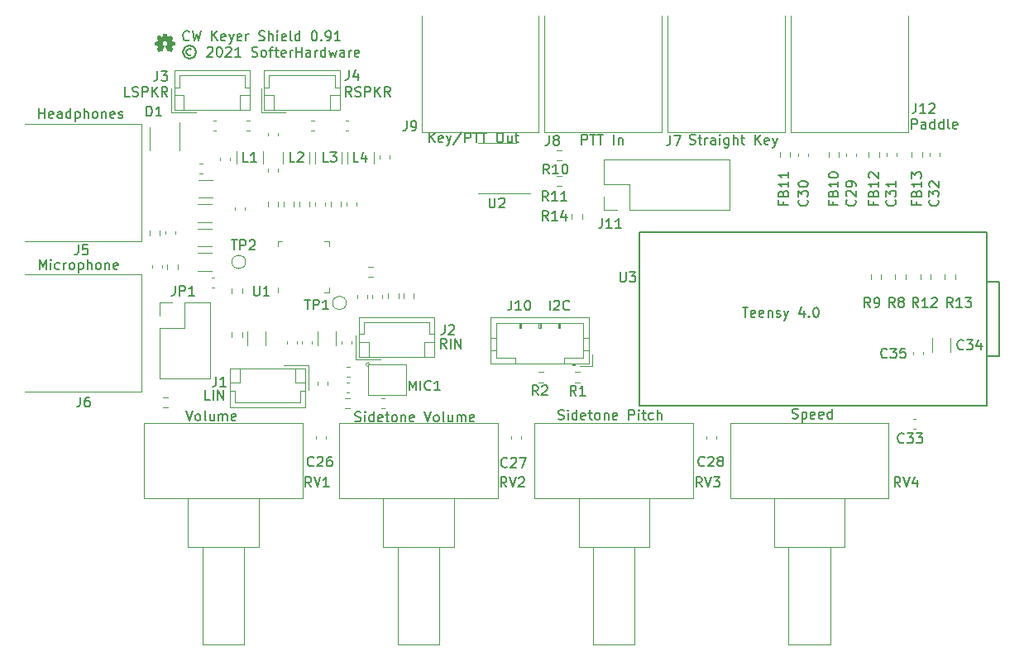
<source format=gto>
%TF.GenerationSoftware,KiCad,Pcbnew,5.1.12-84ad8e8a86~92~ubuntu20.04.1*%
%TF.CreationDate,2021-11-09T22:05:52-08:00*%
%TF.ProjectId,TeensyKeyerShield,5465656e-7379-44b6-9579-657253686965,0.91*%
%TF.SameCoordinates,PX4c4b400PY42c1d80*%
%TF.FileFunction,Legend,Top*%
%TF.FilePolarity,Positive*%
%FSLAX46Y46*%
G04 Gerber Fmt 4.6, Leading zero omitted, Abs format (unit mm)*
G04 Created by KiCad (PCBNEW 5.1.12-84ad8e8a86~92~ubuntu20.04.1) date 2021-11-09 22:05:52*
%MOMM*%
%LPD*%
G01*
G04 APERTURE LIST*
%ADD10C,0.150000*%
%ADD11C,0.120000*%
%ADD12C,0.002540*%
%ADD13C,0.100000*%
G04 APERTURE END LIST*
D10*
X53923809Y-30352380D02*
X53923809Y-29352380D01*
X54352380Y-29447619D02*
X54400000Y-29400000D01*
X54495238Y-29352380D01*
X54733333Y-29352380D01*
X54828571Y-29400000D01*
X54876190Y-29447619D01*
X54923809Y-29542857D01*
X54923809Y-29638095D01*
X54876190Y-29780952D01*
X54304761Y-30352380D01*
X54923809Y-30352380D01*
X55923809Y-30257142D02*
X55876190Y-30304761D01*
X55733333Y-30352380D01*
X55638095Y-30352380D01*
X55495238Y-30304761D01*
X55400000Y-30209523D01*
X55352380Y-30114285D01*
X55304761Y-29923809D01*
X55304761Y-29780952D01*
X55352380Y-29590476D01*
X55400000Y-29495238D01*
X55495238Y-29400000D01*
X55638095Y-29352380D01*
X55733333Y-29352380D01*
X55876190Y-29400000D01*
X55923809Y-29447619D01*
X90990476Y-11752380D02*
X90990476Y-10752380D01*
X91371428Y-10752380D01*
X91466666Y-10800000D01*
X91514285Y-10847619D01*
X91561904Y-10942857D01*
X91561904Y-11085714D01*
X91514285Y-11180952D01*
X91466666Y-11228571D01*
X91371428Y-11276190D01*
X90990476Y-11276190D01*
X92419047Y-11752380D02*
X92419047Y-11228571D01*
X92371428Y-11133333D01*
X92276190Y-11085714D01*
X92085714Y-11085714D01*
X91990476Y-11133333D01*
X92419047Y-11704761D02*
X92323809Y-11752380D01*
X92085714Y-11752380D01*
X91990476Y-11704761D01*
X91942857Y-11609523D01*
X91942857Y-11514285D01*
X91990476Y-11419047D01*
X92085714Y-11371428D01*
X92323809Y-11371428D01*
X92419047Y-11323809D01*
X93323809Y-11752380D02*
X93323809Y-10752380D01*
X93323809Y-11704761D02*
X93228571Y-11752380D01*
X93038095Y-11752380D01*
X92942857Y-11704761D01*
X92895238Y-11657142D01*
X92847619Y-11561904D01*
X92847619Y-11276190D01*
X92895238Y-11180952D01*
X92942857Y-11133333D01*
X93038095Y-11085714D01*
X93228571Y-11085714D01*
X93323809Y-11133333D01*
X94228571Y-11752380D02*
X94228571Y-10752380D01*
X94228571Y-11704761D02*
X94133333Y-11752380D01*
X93942857Y-11752380D01*
X93847619Y-11704761D01*
X93800000Y-11657142D01*
X93752380Y-11561904D01*
X93752380Y-11276190D01*
X93800000Y-11180952D01*
X93847619Y-11133333D01*
X93942857Y-11085714D01*
X94133333Y-11085714D01*
X94228571Y-11133333D01*
X94847619Y-11752380D02*
X94752380Y-11704761D01*
X94704761Y-11609523D01*
X94704761Y-10752380D01*
X95609523Y-11704761D02*
X95514285Y-11752380D01*
X95323809Y-11752380D01*
X95228571Y-11704761D01*
X95180952Y-11609523D01*
X95180952Y-11228571D01*
X95228571Y-11133333D01*
X95323809Y-11085714D01*
X95514285Y-11085714D01*
X95609523Y-11133333D01*
X95657142Y-11228571D01*
X95657142Y-11323809D01*
X95180952Y-11419047D01*
X68247619Y-13304761D02*
X68390476Y-13352380D01*
X68628571Y-13352380D01*
X68723809Y-13304761D01*
X68771428Y-13257142D01*
X68819047Y-13161904D01*
X68819047Y-13066666D01*
X68771428Y-12971428D01*
X68723809Y-12923809D01*
X68628571Y-12876190D01*
X68438095Y-12828571D01*
X68342857Y-12780952D01*
X68295238Y-12733333D01*
X68247619Y-12638095D01*
X68247619Y-12542857D01*
X68295238Y-12447619D01*
X68342857Y-12400000D01*
X68438095Y-12352380D01*
X68676190Y-12352380D01*
X68819047Y-12400000D01*
X69104761Y-12685714D02*
X69485714Y-12685714D01*
X69247619Y-12352380D02*
X69247619Y-13209523D01*
X69295238Y-13304761D01*
X69390476Y-13352380D01*
X69485714Y-13352380D01*
X69819047Y-13352380D02*
X69819047Y-12685714D01*
X69819047Y-12876190D02*
X69866666Y-12780952D01*
X69914285Y-12733333D01*
X70009523Y-12685714D01*
X70104761Y-12685714D01*
X70866666Y-13352380D02*
X70866666Y-12828571D01*
X70819047Y-12733333D01*
X70723809Y-12685714D01*
X70533333Y-12685714D01*
X70438095Y-12733333D01*
X70866666Y-13304761D02*
X70771428Y-13352380D01*
X70533333Y-13352380D01*
X70438095Y-13304761D01*
X70390476Y-13209523D01*
X70390476Y-13114285D01*
X70438095Y-13019047D01*
X70533333Y-12971428D01*
X70771428Y-12971428D01*
X70866666Y-12923809D01*
X71342857Y-13352380D02*
X71342857Y-12685714D01*
X71342857Y-12352380D02*
X71295238Y-12400000D01*
X71342857Y-12447619D01*
X71390476Y-12400000D01*
X71342857Y-12352380D01*
X71342857Y-12447619D01*
X72247619Y-12685714D02*
X72247619Y-13495238D01*
X72200000Y-13590476D01*
X72152380Y-13638095D01*
X72057142Y-13685714D01*
X71914285Y-13685714D01*
X71819047Y-13638095D01*
X72247619Y-13304761D02*
X72152380Y-13352380D01*
X71961904Y-13352380D01*
X71866666Y-13304761D01*
X71819047Y-13257142D01*
X71771428Y-13161904D01*
X71771428Y-12876190D01*
X71819047Y-12780952D01*
X71866666Y-12733333D01*
X71961904Y-12685714D01*
X72152380Y-12685714D01*
X72247619Y-12733333D01*
X72723809Y-13352380D02*
X72723809Y-12352380D01*
X73152380Y-13352380D02*
X73152380Y-12828571D01*
X73104761Y-12733333D01*
X73009523Y-12685714D01*
X72866666Y-12685714D01*
X72771428Y-12733333D01*
X72723809Y-12780952D01*
X73485714Y-12685714D02*
X73866666Y-12685714D01*
X73628571Y-12352380D02*
X73628571Y-13209523D01*
X73676190Y-13304761D01*
X73771428Y-13352380D01*
X73866666Y-13352380D01*
X74961904Y-13352380D02*
X74961904Y-12352380D01*
X75533333Y-13352380D02*
X75104761Y-12780952D01*
X75533333Y-12352380D02*
X74961904Y-12923809D01*
X76342857Y-13304761D02*
X76247619Y-13352380D01*
X76057142Y-13352380D01*
X75961904Y-13304761D01*
X75914285Y-13209523D01*
X75914285Y-12828571D01*
X75961904Y-12733333D01*
X76057142Y-12685714D01*
X76247619Y-12685714D01*
X76342857Y-12733333D01*
X76390476Y-12828571D01*
X76390476Y-12923809D01*
X75914285Y-13019047D01*
X76723809Y-12685714D02*
X76961904Y-13352380D01*
X77200000Y-12685714D02*
X76961904Y-13352380D01*
X76866666Y-13590476D01*
X76819047Y-13638095D01*
X76723809Y-13685714D01*
X57204761Y-13352380D02*
X57204761Y-12352380D01*
X57585714Y-12352380D01*
X57680952Y-12400000D01*
X57728571Y-12447619D01*
X57776190Y-12542857D01*
X57776190Y-12685714D01*
X57728571Y-12780952D01*
X57680952Y-12828571D01*
X57585714Y-12876190D01*
X57204761Y-12876190D01*
X58061904Y-12352380D02*
X58633333Y-12352380D01*
X58347619Y-13352380D02*
X58347619Y-12352380D01*
X58823809Y-12352380D02*
X59395238Y-12352380D01*
X59109523Y-13352380D02*
X59109523Y-12352380D01*
X60490476Y-13352380D02*
X60490476Y-12352380D01*
X60966666Y-12685714D02*
X60966666Y-13352380D01*
X60966666Y-12780952D02*
X61014285Y-12733333D01*
X61109523Y-12685714D01*
X61252380Y-12685714D01*
X61347619Y-12733333D01*
X61395238Y-12828571D01*
X61395238Y-13352380D01*
X41600000Y-13152380D02*
X41600000Y-12152380D01*
X42171428Y-13152380D02*
X41742857Y-12580952D01*
X42171428Y-12152380D02*
X41600000Y-12723809D01*
X42980952Y-13104761D02*
X42885714Y-13152380D01*
X42695238Y-13152380D01*
X42600000Y-13104761D01*
X42552380Y-13009523D01*
X42552380Y-12628571D01*
X42600000Y-12533333D01*
X42695238Y-12485714D01*
X42885714Y-12485714D01*
X42980952Y-12533333D01*
X43028571Y-12628571D01*
X43028571Y-12723809D01*
X42552380Y-12819047D01*
X43361904Y-12485714D02*
X43600000Y-13152380D01*
X43838095Y-12485714D02*
X43600000Y-13152380D01*
X43504761Y-13390476D01*
X43457142Y-13438095D01*
X43361904Y-13485714D01*
X44933333Y-12104761D02*
X44076190Y-13390476D01*
X45266666Y-13152380D02*
X45266666Y-12152380D01*
X45647619Y-12152380D01*
X45742857Y-12200000D01*
X45790476Y-12247619D01*
X45838095Y-12342857D01*
X45838095Y-12485714D01*
X45790476Y-12580952D01*
X45742857Y-12628571D01*
X45647619Y-12676190D01*
X45266666Y-12676190D01*
X46123809Y-12152380D02*
X46695238Y-12152380D01*
X46409523Y-13152380D02*
X46409523Y-12152380D01*
X46885714Y-12152380D02*
X47457142Y-12152380D01*
X47171428Y-13152380D02*
X47171428Y-12152380D01*
X48742857Y-12152380D02*
X48933333Y-12152380D01*
X49028571Y-12200000D01*
X49123809Y-12295238D01*
X49171428Y-12485714D01*
X49171428Y-12819047D01*
X49123809Y-13009523D01*
X49028571Y-13104761D01*
X48933333Y-13152380D01*
X48742857Y-13152380D01*
X48647619Y-13104761D01*
X48552380Y-13009523D01*
X48504761Y-12819047D01*
X48504761Y-12485714D01*
X48552380Y-12295238D01*
X48647619Y-12200000D01*
X48742857Y-12152380D01*
X50028571Y-12485714D02*
X50028571Y-13152380D01*
X49600000Y-12485714D02*
X49600000Y-13009523D01*
X49647619Y-13104761D01*
X49742857Y-13152380D01*
X49885714Y-13152380D01*
X49980952Y-13104761D01*
X50028571Y-13057142D01*
X50361904Y-12485714D02*
X50742857Y-12485714D01*
X50504761Y-12152380D02*
X50504761Y-13009523D01*
X50552380Y-13104761D01*
X50647619Y-13152380D01*
X50742857Y-13152380D01*
X73647619Y-30052380D02*
X74219047Y-30052380D01*
X73933333Y-31052380D02*
X73933333Y-30052380D01*
X74933333Y-31004761D02*
X74838095Y-31052380D01*
X74647619Y-31052380D01*
X74552380Y-31004761D01*
X74504761Y-30909523D01*
X74504761Y-30528571D01*
X74552380Y-30433333D01*
X74647619Y-30385714D01*
X74838095Y-30385714D01*
X74933333Y-30433333D01*
X74980952Y-30528571D01*
X74980952Y-30623809D01*
X74504761Y-30719047D01*
X75790476Y-31004761D02*
X75695238Y-31052380D01*
X75504761Y-31052380D01*
X75409523Y-31004761D01*
X75361904Y-30909523D01*
X75361904Y-30528571D01*
X75409523Y-30433333D01*
X75504761Y-30385714D01*
X75695238Y-30385714D01*
X75790476Y-30433333D01*
X75838095Y-30528571D01*
X75838095Y-30623809D01*
X75361904Y-30719047D01*
X76266666Y-30385714D02*
X76266666Y-31052380D01*
X76266666Y-30480952D02*
X76314285Y-30433333D01*
X76409523Y-30385714D01*
X76552380Y-30385714D01*
X76647619Y-30433333D01*
X76695238Y-30528571D01*
X76695238Y-31052380D01*
X77123809Y-31004761D02*
X77219047Y-31052380D01*
X77409523Y-31052380D01*
X77504761Y-31004761D01*
X77552380Y-30909523D01*
X77552380Y-30861904D01*
X77504761Y-30766666D01*
X77409523Y-30719047D01*
X77266666Y-30719047D01*
X77171428Y-30671428D01*
X77123809Y-30576190D01*
X77123809Y-30528571D01*
X77171428Y-30433333D01*
X77266666Y-30385714D01*
X77409523Y-30385714D01*
X77504761Y-30433333D01*
X77885714Y-30385714D02*
X78123809Y-31052380D01*
X78361904Y-30385714D02*
X78123809Y-31052380D01*
X78028571Y-31290476D01*
X77980952Y-31338095D01*
X77885714Y-31385714D01*
X79933333Y-30385714D02*
X79933333Y-31052380D01*
X79695238Y-30004761D02*
X79457142Y-30719047D01*
X80076190Y-30719047D01*
X80457142Y-30957142D02*
X80504761Y-31004761D01*
X80457142Y-31052380D01*
X80409523Y-31004761D01*
X80457142Y-30957142D01*
X80457142Y-31052380D01*
X81123809Y-30052380D02*
X81219047Y-30052380D01*
X81314285Y-30100000D01*
X81361904Y-30147619D01*
X81409523Y-30242857D01*
X81457142Y-30433333D01*
X81457142Y-30671428D01*
X81409523Y-30861904D01*
X81361904Y-30957142D01*
X81314285Y-31004761D01*
X81219047Y-31052380D01*
X81123809Y-31052380D01*
X81028571Y-31004761D01*
X80980952Y-30957142D01*
X80933333Y-30861904D01*
X80885714Y-30671428D01*
X80885714Y-30433333D01*
X80933333Y-30242857D01*
X80980952Y-30147619D01*
X81028571Y-30100000D01*
X81123809Y-30052380D01*
X78752380Y-41404761D02*
X78895238Y-41452380D01*
X79133333Y-41452380D01*
X79228571Y-41404761D01*
X79276190Y-41357142D01*
X79323809Y-41261904D01*
X79323809Y-41166666D01*
X79276190Y-41071428D01*
X79228571Y-41023809D01*
X79133333Y-40976190D01*
X78942857Y-40928571D01*
X78847619Y-40880952D01*
X78800000Y-40833333D01*
X78752380Y-40738095D01*
X78752380Y-40642857D01*
X78800000Y-40547619D01*
X78847619Y-40500000D01*
X78942857Y-40452380D01*
X79180952Y-40452380D01*
X79323809Y-40500000D01*
X79752380Y-40785714D02*
X79752380Y-41785714D01*
X79752380Y-40833333D02*
X79847619Y-40785714D01*
X80038095Y-40785714D01*
X80133333Y-40833333D01*
X80180952Y-40880952D01*
X80228571Y-40976190D01*
X80228571Y-41261904D01*
X80180952Y-41357142D01*
X80133333Y-41404761D01*
X80038095Y-41452380D01*
X79847619Y-41452380D01*
X79752380Y-41404761D01*
X81038095Y-41404761D02*
X80942857Y-41452380D01*
X80752380Y-41452380D01*
X80657142Y-41404761D01*
X80609523Y-41309523D01*
X80609523Y-40928571D01*
X80657142Y-40833333D01*
X80752380Y-40785714D01*
X80942857Y-40785714D01*
X81038095Y-40833333D01*
X81085714Y-40928571D01*
X81085714Y-41023809D01*
X80609523Y-41119047D01*
X81895238Y-41404761D02*
X81800000Y-41452380D01*
X81609523Y-41452380D01*
X81514285Y-41404761D01*
X81466666Y-41309523D01*
X81466666Y-40928571D01*
X81514285Y-40833333D01*
X81609523Y-40785714D01*
X81800000Y-40785714D01*
X81895238Y-40833333D01*
X81942857Y-40928571D01*
X81942857Y-41023809D01*
X81466666Y-41119047D01*
X82800000Y-41452380D02*
X82800000Y-40452380D01*
X82800000Y-41404761D02*
X82704761Y-41452380D01*
X82514285Y-41452380D01*
X82419047Y-41404761D01*
X82371428Y-41357142D01*
X82323809Y-41261904D01*
X82323809Y-40976190D01*
X82371428Y-40880952D01*
X82419047Y-40833333D01*
X82514285Y-40785714D01*
X82704761Y-40785714D01*
X82800000Y-40833333D01*
X54790476Y-41504761D02*
X54933333Y-41552380D01*
X55171428Y-41552380D01*
X55266666Y-41504761D01*
X55314285Y-41457142D01*
X55361904Y-41361904D01*
X55361904Y-41266666D01*
X55314285Y-41171428D01*
X55266666Y-41123809D01*
X55171428Y-41076190D01*
X54980952Y-41028571D01*
X54885714Y-40980952D01*
X54838095Y-40933333D01*
X54790476Y-40838095D01*
X54790476Y-40742857D01*
X54838095Y-40647619D01*
X54885714Y-40600000D01*
X54980952Y-40552380D01*
X55219047Y-40552380D01*
X55361904Y-40600000D01*
X55790476Y-41552380D02*
X55790476Y-40885714D01*
X55790476Y-40552380D02*
X55742857Y-40600000D01*
X55790476Y-40647619D01*
X55838095Y-40600000D01*
X55790476Y-40552380D01*
X55790476Y-40647619D01*
X56695238Y-41552380D02*
X56695238Y-40552380D01*
X56695238Y-41504761D02*
X56600000Y-41552380D01*
X56409523Y-41552380D01*
X56314285Y-41504761D01*
X56266666Y-41457142D01*
X56219047Y-41361904D01*
X56219047Y-41076190D01*
X56266666Y-40980952D01*
X56314285Y-40933333D01*
X56409523Y-40885714D01*
X56600000Y-40885714D01*
X56695238Y-40933333D01*
X57552380Y-41504761D02*
X57457142Y-41552380D01*
X57266666Y-41552380D01*
X57171428Y-41504761D01*
X57123809Y-41409523D01*
X57123809Y-41028571D01*
X57171428Y-40933333D01*
X57266666Y-40885714D01*
X57457142Y-40885714D01*
X57552380Y-40933333D01*
X57600000Y-41028571D01*
X57600000Y-41123809D01*
X57123809Y-41219047D01*
X57885714Y-40885714D02*
X58266666Y-40885714D01*
X58028571Y-40552380D02*
X58028571Y-41409523D01*
X58076190Y-41504761D01*
X58171428Y-41552380D01*
X58266666Y-41552380D01*
X58742857Y-41552380D02*
X58647619Y-41504761D01*
X58600000Y-41457142D01*
X58552380Y-41361904D01*
X58552380Y-41076190D01*
X58600000Y-40980952D01*
X58647619Y-40933333D01*
X58742857Y-40885714D01*
X58885714Y-40885714D01*
X58980952Y-40933333D01*
X59028571Y-40980952D01*
X59076190Y-41076190D01*
X59076190Y-41361904D01*
X59028571Y-41457142D01*
X58980952Y-41504761D01*
X58885714Y-41552380D01*
X58742857Y-41552380D01*
X59504761Y-40885714D02*
X59504761Y-41552380D01*
X59504761Y-40980952D02*
X59552380Y-40933333D01*
X59647619Y-40885714D01*
X59790476Y-40885714D01*
X59885714Y-40933333D01*
X59933333Y-41028571D01*
X59933333Y-41552380D01*
X60790476Y-41504761D02*
X60695238Y-41552380D01*
X60504761Y-41552380D01*
X60409523Y-41504761D01*
X60361904Y-41409523D01*
X60361904Y-41028571D01*
X60409523Y-40933333D01*
X60504761Y-40885714D01*
X60695238Y-40885714D01*
X60790476Y-40933333D01*
X60838095Y-41028571D01*
X60838095Y-41123809D01*
X60361904Y-41219047D01*
X62028571Y-41552380D02*
X62028571Y-40552380D01*
X62409523Y-40552380D01*
X62504761Y-40600000D01*
X62552380Y-40647619D01*
X62600000Y-40742857D01*
X62600000Y-40885714D01*
X62552380Y-40980952D01*
X62504761Y-41028571D01*
X62409523Y-41076190D01*
X62028571Y-41076190D01*
X63028571Y-41552380D02*
X63028571Y-40885714D01*
X63028571Y-40552380D02*
X62980952Y-40600000D01*
X63028571Y-40647619D01*
X63076190Y-40600000D01*
X63028571Y-40552380D01*
X63028571Y-40647619D01*
X63361904Y-40885714D02*
X63742857Y-40885714D01*
X63504761Y-40552380D02*
X63504761Y-41409523D01*
X63552380Y-41504761D01*
X63647619Y-41552380D01*
X63742857Y-41552380D01*
X64504761Y-41504761D02*
X64409523Y-41552380D01*
X64219047Y-41552380D01*
X64123809Y-41504761D01*
X64076190Y-41457142D01*
X64028571Y-41361904D01*
X64028571Y-41076190D01*
X64076190Y-40980952D01*
X64123809Y-40933333D01*
X64219047Y-40885714D01*
X64409523Y-40885714D01*
X64504761Y-40933333D01*
X64933333Y-41552380D02*
X64933333Y-40552380D01*
X65361904Y-41552380D02*
X65361904Y-41028571D01*
X65314285Y-40933333D01*
X65219047Y-40885714D01*
X65076190Y-40885714D01*
X64980952Y-40933333D01*
X64933333Y-40980952D01*
X34004761Y-41704761D02*
X34147619Y-41752380D01*
X34385714Y-41752380D01*
X34480952Y-41704761D01*
X34528571Y-41657142D01*
X34576190Y-41561904D01*
X34576190Y-41466666D01*
X34528571Y-41371428D01*
X34480952Y-41323809D01*
X34385714Y-41276190D01*
X34195238Y-41228571D01*
X34100000Y-41180952D01*
X34052380Y-41133333D01*
X34004761Y-41038095D01*
X34004761Y-40942857D01*
X34052380Y-40847619D01*
X34100000Y-40800000D01*
X34195238Y-40752380D01*
X34433333Y-40752380D01*
X34576190Y-40800000D01*
X35004761Y-41752380D02*
X35004761Y-41085714D01*
X35004761Y-40752380D02*
X34957142Y-40800000D01*
X35004761Y-40847619D01*
X35052380Y-40800000D01*
X35004761Y-40752380D01*
X35004761Y-40847619D01*
X35909523Y-41752380D02*
X35909523Y-40752380D01*
X35909523Y-41704761D02*
X35814285Y-41752380D01*
X35623809Y-41752380D01*
X35528571Y-41704761D01*
X35480952Y-41657142D01*
X35433333Y-41561904D01*
X35433333Y-41276190D01*
X35480952Y-41180952D01*
X35528571Y-41133333D01*
X35623809Y-41085714D01*
X35814285Y-41085714D01*
X35909523Y-41133333D01*
X36766666Y-41704761D02*
X36671428Y-41752380D01*
X36480952Y-41752380D01*
X36385714Y-41704761D01*
X36338095Y-41609523D01*
X36338095Y-41228571D01*
X36385714Y-41133333D01*
X36480952Y-41085714D01*
X36671428Y-41085714D01*
X36766666Y-41133333D01*
X36814285Y-41228571D01*
X36814285Y-41323809D01*
X36338095Y-41419047D01*
X37100000Y-41085714D02*
X37480952Y-41085714D01*
X37242857Y-40752380D02*
X37242857Y-41609523D01*
X37290476Y-41704761D01*
X37385714Y-41752380D01*
X37480952Y-41752380D01*
X37957142Y-41752380D02*
X37861904Y-41704761D01*
X37814285Y-41657142D01*
X37766666Y-41561904D01*
X37766666Y-41276190D01*
X37814285Y-41180952D01*
X37861904Y-41133333D01*
X37957142Y-41085714D01*
X38100000Y-41085714D01*
X38195238Y-41133333D01*
X38242857Y-41180952D01*
X38290476Y-41276190D01*
X38290476Y-41561904D01*
X38242857Y-41657142D01*
X38195238Y-41704761D01*
X38100000Y-41752380D01*
X37957142Y-41752380D01*
X38719047Y-41085714D02*
X38719047Y-41752380D01*
X38719047Y-41180952D02*
X38766666Y-41133333D01*
X38861904Y-41085714D01*
X39004761Y-41085714D01*
X39100000Y-41133333D01*
X39147619Y-41228571D01*
X39147619Y-41752380D01*
X40004761Y-41704761D02*
X39909523Y-41752380D01*
X39719047Y-41752380D01*
X39623809Y-41704761D01*
X39576190Y-41609523D01*
X39576190Y-41228571D01*
X39623809Y-41133333D01*
X39719047Y-41085714D01*
X39909523Y-41085714D01*
X40004761Y-41133333D01*
X40052380Y-41228571D01*
X40052380Y-41323809D01*
X39576190Y-41419047D01*
X41100000Y-40752380D02*
X41433333Y-41752380D01*
X41766666Y-40752380D01*
X42242857Y-41752380D02*
X42147619Y-41704761D01*
X42100000Y-41657142D01*
X42052380Y-41561904D01*
X42052380Y-41276190D01*
X42100000Y-41180952D01*
X42147619Y-41133333D01*
X42242857Y-41085714D01*
X42385714Y-41085714D01*
X42480952Y-41133333D01*
X42528571Y-41180952D01*
X42576190Y-41276190D01*
X42576190Y-41561904D01*
X42528571Y-41657142D01*
X42480952Y-41704761D01*
X42385714Y-41752380D01*
X42242857Y-41752380D01*
X43147619Y-41752380D02*
X43052380Y-41704761D01*
X43004761Y-41609523D01*
X43004761Y-40752380D01*
X43957142Y-41085714D02*
X43957142Y-41752380D01*
X43528571Y-41085714D02*
X43528571Y-41609523D01*
X43576190Y-41704761D01*
X43671428Y-41752380D01*
X43814285Y-41752380D01*
X43909523Y-41704761D01*
X43957142Y-41657142D01*
X44433333Y-41752380D02*
X44433333Y-41085714D01*
X44433333Y-41180952D02*
X44480952Y-41133333D01*
X44576190Y-41085714D01*
X44719047Y-41085714D01*
X44814285Y-41133333D01*
X44861904Y-41228571D01*
X44861904Y-41752380D01*
X44861904Y-41228571D02*
X44909523Y-41133333D01*
X45004761Y-41085714D01*
X45147619Y-41085714D01*
X45242857Y-41133333D01*
X45290476Y-41228571D01*
X45290476Y-41752380D01*
X46147619Y-41704761D02*
X46052380Y-41752380D01*
X45861904Y-41752380D01*
X45766666Y-41704761D01*
X45719047Y-41609523D01*
X45719047Y-41228571D01*
X45766666Y-41133333D01*
X45861904Y-41085714D01*
X46052380Y-41085714D01*
X46147619Y-41133333D01*
X46195238Y-41228571D01*
X46195238Y-41323809D01*
X45719047Y-41419047D01*
X16704761Y-40652380D02*
X17038095Y-41652380D01*
X17371428Y-40652380D01*
X17847619Y-41652380D02*
X17752380Y-41604761D01*
X17704761Y-41557142D01*
X17657142Y-41461904D01*
X17657142Y-41176190D01*
X17704761Y-41080952D01*
X17752380Y-41033333D01*
X17847619Y-40985714D01*
X17990476Y-40985714D01*
X18085714Y-41033333D01*
X18133333Y-41080952D01*
X18180952Y-41176190D01*
X18180952Y-41461904D01*
X18133333Y-41557142D01*
X18085714Y-41604761D01*
X17990476Y-41652380D01*
X17847619Y-41652380D01*
X18752380Y-41652380D02*
X18657142Y-41604761D01*
X18609523Y-41509523D01*
X18609523Y-40652380D01*
X19561904Y-40985714D02*
X19561904Y-41652380D01*
X19133333Y-40985714D02*
X19133333Y-41509523D01*
X19180952Y-41604761D01*
X19276190Y-41652380D01*
X19419047Y-41652380D01*
X19514285Y-41604761D01*
X19561904Y-41557142D01*
X20038095Y-41652380D02*
X20038095Y-40985714D01*
X20038095Y-41080952D02*
X20085714Y-41033333D01*
X20180952Y-40985714D01*
X20323809Y-40985714D01*
X20419047Y-41033333D01*
X20466666Y-41128571D01*
X20466666Y-41652380D01*
X20466666Y-41128571D02*
X20514285Y-41033333D01*
X20609523Y-40985714D01*
X20752380Y-40985714D01*
X20847619Y-41033333D01*
X20895238Y-41128571D01*
X20895238Y-41652380D01*
X21752380Y-41604761D02*
X21657142Y-41652380D01*
X21466666Y-41652380D01*
X21371428Y-41604761D01*
X21323809Y-41509523D01*
X21323809Y-41128571D01*
X21371428Y-41033333D01*
X21466666Y-40985714D01*
X21657142Y-40985714D01*
X21752380Y-41033333D01*
X21800000Y-41128571D01*
X21800000Y-41223809D01*
X21323809Y-41319047D01*
X43347619Y-34252380D02*
X43014285Y-33776190D01*
X42776190Y-34252380D02*
X42776190Y-33252380D01*
X43157142Y-33252380D01*
X43252380Y-33300000D01*
X43300000Y-33347619D01*
X43347619Y-33442857D01*
X43347619Y-33585714D01*
X43300000Y-33680952D01*
X43252380Y-33728571D01*
X43157142Y-33776190D01*
X42776190Y-33776190D01*
X43776190Y-34252380D02*
X43776190Y-33252380D01*
X44252380Y-34252380D02*
X44252380Y-33252380D01*
X44823809Y-34252380D01*
X44823809Y-33252380D01*
X19147619Y-39552380D02*
X18671428Y-39552380D01*
X18671428Y-38552380D01*
X19480952Y-39552380D02*
X19480952Y-38552380D01*
X19957142Y-39552380D02*
X19957142Y-38552380D01*
X20528571Y-39552380D01*
X20528571Y-38552380D01*
X33633333Y-8452380D02*
X33300000Y-7976190D01*
X33061904Y-8452380D02*
X33061904Y-7452380D01*
X33442857Y-7452380D01*
X33538095Y-7500000D01*
X33585714Y-7547619D01*
X33633333Y-7642857D01*
X33633333Y-7785714D01*
X33585714Y-7880952D01*
X33538095Y-7928571D01*
X33442857Y-7976190D01*
X33061904Y-7976190D01*
X34014285Y-8404761D02*
X34157142Y-8452380D01*
X34395238Y-8452380D01*
X34490476Y-8404761D01*
X34538095Y-8357142D01*
X34585714Y-8261904D01*
X34585714Y-8166666D01*
X34538095Y-8071428D01*
X34490476Y-8023809D01*
X34395238Y-7976190D01*
X34204761Y-7928571D01*
X34109523Y-7880952D01*
X34061904Y-7833333D01*
X34014285Y-7738095D01*
X34014285Y-7642857D01*
X34061904Y-7547619D01*
X34109523Y-7500000D01*
X34204761Y-7452380D01*
X34442857Y-7452380D01*
X34585714Y-7500000D01*
X35014285Y-8452380D02*
X35014285Y-7452380D01*
X35395238Y-7452380D01*
X35490476Y-7500000D01*
X35538095Y-7547619D01*
X35585714Y-7642857D01*
X35585714Y-7785714D01*
X35538095Y-7880952D01*
X35490476Y-7928571D01*
X35395238Y-7976190D01*
X35014285Y-7976190D01*
X36014285Y-8452380D02*
X36014285Y-7452380D01*
X36585714Y-8452380D02*
X36157142Y-7880952D01*
X36585714Y-7452380D02*
X36014285Y-8023809D01*
X37585714Y-8452380D02*
X37252380Y-7976190D01*
X37014285Y-8452380D02*
X37014285Y-7452380D01*
X37395238Y-7452380D01*
X37490476Y-7500000D01*
X37538095Y-7547619D01*
X37585714Y-7642857D01*
X37585714Y-7785714D01*
X37538095Y-7880952D01*
X37490476Y-7928571D01*
X37395238Y-7976190D01*
X37014285Y-7976190D01*
X10933333Y-8452380D02*
X10457142Y-8452380D01*
X10457142Y-7452380D01*
X11219047Y-8404761D02*
X11361904Y-8452380D01*
X11600000Y-8452380D01*
X11695238Y-8404761D01*
X11742857Y-8357142D01*
X11790476Y-8261904D01*
X11790476Y-8166666D01*
X11742857Y-8071428D01*
X11695238Y-8023809D01*
X11600000Y-7976190D01*
X11409523Y-7928571D01*
X11314285Y-7880952D01*
X11266666Y-7833333D01*
X11219047Y-7738095D01*
X11219047Y-7642857D01*
X11266666Y-7547619D01*
X11314285Y-7500000D01*
X11409523Y-7452380D01*
X11647619Y-7452380D01*
X11790476Y-7500000D01*
X12219047Y-8452380D02*
X12219047Y-7452380D01*
X12600000Y-7452380D01*
X12695238Y-7500000D01*
X12742857Y-7547619D01*
X12790476Y-7642857D01*
X12790476Y-7785714D01*
X12742857Y-7880952D01*
X12695238Y-7928571D01*
X12600000Y-7976190D01*
X12219047Y-7976190D01*
X13219047Y-8452380D02*
X13219047Y-7452380D01*
X13790476Y-8452380D02*
X13361904Y-7880952D01*
X13790476Y-7452380D02*
X13219047Y-8023809D01*
X14790476Y-8452380D02*
X14457142Y-7976190D01*
X14219047Y-8452380D02*
X14219047Y-7452380D01*
X14600000Y-7452380D01*
X14695238Y-7500000D01*
X14742857Y-7547619D01*
X14790476Y-7642857D01*
X14790476Y-7785714D01*
X14742857Y-7880952D01*
X14695238Y-7928571D01*
X14600000Y-7976190D01*
X14219047Y-7976190D01*
X1700000Y-26152380D02*
X1700000Y-25152380D01*
X2033333Y-25866666D01*
X2366666Y-25152380D01*
X2366666Y-26152380D01*
X2842857Y-26152380D02*
X2842857Y-25485714D01*
X2842857Y-25152380D02*
X2795238Y-25200000D01*
X2842857Y-25247619D01*
X2890476Y-25200000D01*
X2842857Y-25152380D01*
X2842857Y-25247619D01*
X3747619Y-26104761D02*
X3652380Y-26152380D01*
X3461904Y-26152380D01*
X3366666Y-26104761D01*
X3319047Y-26057142D01*
X3271428Y-25961904D01*
X3271428Y-25676190D01*
X3319047Y-25580952D01*
X3366666Y-25533333D01*
X3461904Y-25485714D01*
X3652380Y-25485714D01*
X3747619Y-25533333D01*
X4176190Y-26152380D02*
X4176190Y-25485714D01*
X4176190Y-25676190D02*
X4223809Y-25580952D01*
X4271428Y-25533333D01*
X4366666Y-25485714D01*
X4461904Y-25485714D01*
X4938095Y-26152380D02*
X4842857Y-26104761D01*
X4795238Y-26057142D01*
X4747619Y-25961904D01*
X4747619Y-25676190D01*
X4795238Y-25580952D01*
X4842857Y-25533333D01*
X4938095Y-25485714D01*
X5080952Y-25485714D01*
X5176190Y-25533333D01*
X5223809Y-25580952D01*
X5271428Y-25676190D01*
X5271428Y-25961904D01*
X5223809Y-26057142D01*
X5176190Y-26104761D01*
X5080952Y-26152380D01*
X4938095Y-26152380D01*
X5700000Y-25485714D02*
X5700000Y-26485714D01*
X5700000Y-25533333D02*
X5795238Y-25485714D01*
X5985714Y-25485714D01*
X6080952Y-25533333D01*
X6128571Y-25580952D01*
X6176190Y-25676190D01*
X6176190Y-25961904D01*
X6128571Y-26057142D01*
X6080952Y-26104761D01*
X5985714Y-26152380D01*
X5795238Y-26152380D01*
X5700000Y-26104761D01*
X6604761Y-26152380D02*
X6604761Y-25152380D01*
X7033333Y-26152380D02*
X7033333Y-25628571D01*
X6985714Y-25533333D01*
X6890476Y-25485714D01*
X6747619Y-25485714D01*
X6652380Y-25533333D01*
X6604761Y-25580952D01*
X7652380Y-26152380D02*
X7557142Y-26104761D01*
X7509523Y-26057142D01*
X7461904Y-25961904D01*
X7461904Y-25676190D01*
X7509523Y-25580952D01*
X7557142Y-25533333D01*
X7652380Y-25485714D01*
X7795238Y-25485714D01*
X7890476Y-25533333D01*
X7938095Y-25580952D01*
X7985714Y-25676190D01*
X7985714Y-25961904D01*
X7938095Y-26057142D01*
X7890476Y-26104761D01*
X7795238Y-26152380D01*
X7652380Y-26152380D01*
X8414285Y-25485714D02*
X8414285Y-26152380D01*
X8414285Y-25580952D02*
X8461904Y-25533333D01*
X8557142Y-25485714D01*
X8700000Y-25485714D01*
X8795238Y-25533333D01*
X8842857Y-25628571D01*
X8842857Y-26152380D01*
X9700000Y-26104761D02*
X9604761Y-26152380D01*
X9414285Y-26152380D01*
X9319047Y-26104761D01*
X9271428Y-26009523D01*
X9271428Y-25628571D01*
X9319047Y-25533333D01*
X9414285Y-25485714D01*
X9604761Y-25485714D01*
X9700000Y-25533333D01*
X9747619Y-25628571D01*
X9747619Y-25723809D01*
X9271428Y-25819047D01*
X1638095Y-10652380D02*
X1638095Y-9652380D01*
X1638095Y-10128571D02*
X2209523Y-10128571D01*
X2209523Y-10652380D02*
X2209523Y-9652380D01*
X3066666Y-10604761D02*
X2971428Y-10652380D01*
X2780952Y-10652380D01*
X2685714Y-10604761D01*
X2638095Y-10509523D01*
X2638095Y-10128571D01*
X2685714Y-10033333D01*
X2780952Y-9985714D01*
X2971428Y-9985714D01*
X3066666Y-10033333D01*
X3114285Y-10128571D01*
X3114285Y-10223809D01*
X2638095Y-10319047D01*
X3971428Y-10652380D02*
X3971428Y-10128571D01*
X3923809Y-10033333D01*
X3828571Y-9985714D01*
X3638095Y-9985714D01*
X3542857Y-10033333D01*
X3971428Y-10604761D02*
X3876190Y-10652380D01*
X3638095Y-10652380D01*
X3542857Y-10604761D01*
X3495238Y-10509523D01*
X3495238Y-10414285D01*
X3542857Y-10319047D01*
X3638095Y-10271428D01*
X3876190Y-10271428D01*
X3971428Y-10223809D01*
X4876190Y-10652380D02*
X4876190Y-9652380D01*
X4876190Y-10604761D02*
X4780952Y-10652380D01*
X4590476Y-10652380D01*
X4495238Y-10604761D01*
X4447619Y-10557142D01*
X4400000Y-10461904D01*
X4400000Y-10176190D01*
X4447619Y-10080952D01*
X4495238Y-10033333D01*
X4590476Y-9985714D01*
X4780952Y-9985714D01*
X4876190Y-10033333D01*
X5352380Y-9985714D02*
X5352380Y-10985714D01*
X5352380Y-10033333D02*
X5447619Y-9985714D01*
X5638095Y-9985714D01*
X5733333Y-10033333D01*
X5780952Y-10080952D01*
X5828571Y-10176190D01*
X5828571Y-10461904D01*
X5780952Y-10557142D01*
X5733333Y-10604761D01*
X5638095Y-10652380D01*
X5447619Y-10652380D01*
X5352380Y-10604761D01*
X6257142Y-10652380D02*
X6257142Y-9652380D01*
X6685714Y-10652380D02*
X6685714Y-10128571D01*
X6638095Y-10033333D01*
X6542857Y-9985714D01*
X6400000Y-9985714D01*
X6304761Y-10033333D01*
X6257142Y-10080952D01*
X7304761Y-10652380D02*
X7209523Y-10604761D01*
X7161904Y-10557142D01*
X7114285Y-10461904D01*
X7114285Y-10176190D01*
X7161904Y-10080952D01*
X7209523Y-10033333D01*
X7304761Y-9985714D01*
X7447619Y-9985714D01*
X7542857Y-10033333D01*
X7590476Y-10080952D01*
X7638095Y-10176190D01*
X7638095Y-10461904D01*
X7590476Y-10557142D01*
X7542857Y-10604761D01*
X7447619Y-10652380D01*
X7304761Y-10652380D01*
X8066666Y-9985714D02*
X8066666Y-10652380D01*
X8066666Y-10080952D02*
X8114285Y-10033333D01*
X8209523Y-9985714D01*
X8352380Y-9985714D01*
X8447619Y-10033333D01*
X8495238Y-10128571D01*
X8495238Y-10652380D01*
X9352380Y-10604761D02*
X9257142Y-10652380D01*
X9066666Y-10652380D01*
X8971428Y-10604761D01*
X8923809Y-10509523D01*
X8923809Y-10128571D01*
X8971428Y-10033333D01*
X9066666Y-9985714D01*
X9257142Y-9985714D01*
X9352380Y-10033333D01*
X9400000Y-10128571D01*
X9400000Y-10223809D01*
X8923809Y-10319047D01*
X9780952Y-10604761D02*
X9876190Y-10652380D01*
X10066666Y-10652380D01*
X10161904Y-10604761D01*
X10209523Y-10509523D01*
X10209523Y-10461904D01*
X10161904Y-10366666D01*
X10066666Y-10319047D01*
X9923809Y-10319047D01*
X9828571Y-10271428D01*
X9780952Y-10176190D01*
X9780952Y-10128571D01*
X9828571Y-10033333D01*
X9923809Y-9985714D01*
X10066666Y-9985714D01*
X10161904Y-10033333D01*
X17007023Y-2632142D02*
X16959404Y-2679761D01*
X16816547Y-2727380D01*
X16721309Y-2727380D01*
X16578452Y-2679761D01*
X16483214Y-2584523D01*
X16435595Y-2489285D01*
X16387976Y-2298809D01*
X16387976Y-2155952D01*
X16435595Y-1965476D01*
X16483214Y-1870238D01*
X16578452Y-1775000D01*
X16721309Y-1727380D01*
X16816547Y-1727380D01*
X16959404Y-1775000D01*
X17007023Y-1822619D01*
X17340357Y-1727380D02*
X17578452Y-2727380D01*
X17768928Y-2013095D01*
X17959404Y-2727380D01*
X18197500Y-1727380D01*
X19340357Y-2727380D02*
X19340357Y-1727380D01*
X19911785Y-2727380D02*
X19483214Y-2155952D01*
X19911785Y-1727380D02*
X19340357Y-2298809D01*
X20721309Y-2679761D02*
X20626071Y-2727380D01*
X20435595Y-2727380D01*
X20340357Y-2679761D01*
X20292738Y-2584523D01*
X20292738Y-2203571D01*
X20340357Y-2108333D01*
X20435595Y-2060714D01*
X20626071Y-2060714D01*
X20721309Y-2108333D01*
X20768928Y-2203571D01*
X20768928Y-2298809D01*
X20292738Y-2394047D01*
X21102261Y-2060714D02*
X21340357Y-2727380D01*
X21578452Y-2060714D02*
X21340357Y-2727380D01*
X21245119Y-2965476D01*
X21197500Y-3013095D01*
X21102261Y-3060714D01*
X22340357Y-2679761D02*
X22245119Y-2727380D01*
X22054642Y-2727380D01*
X21959404Y-2679761D01*
X21911785Y-2584523D01*
X21911785Y-2203571D01*
X21959404Y-2108333D01*
X22054642Y-2060714D01*
X22245119Y-2060714D01*
X22340357Y-2108333D01*
X22387976Y-2203571D01*
X22387976Y-2298809D01*
X21911785Y-2394047D01*
X22816547Y-2727380D02*
X22816547Y-2060714D01*
X22816547Y-2251190D02*
X22864166Y-2155952D01*
X22911785Y-2108333D01*
X23007023Y-2060714D01*
X23102261Y-2060714D01*
X24149880Y-2679761D02*
X24292738Y-2727380D01*
X24530833Y-2727380D01*
X24626071Y-2679761D01*
X24673690Y-2632142D01*
X24721309Y-2536904D01*
X24721309Y-2441666D01*
X24673690Y-2346428D01*
X24626071Y-2298809D01*
X24530833Y-2251190D01*
X24340357Y-2203571D01*
X24245119Y-2155952D01*
X24197500Y-2108333D01*
X24149880Y-2013095D01*
X24149880Y-1917857D01*
X24197500Y-1822619D01*
X24245119Y-1775000D01*
X24340357Y-1727380D01*
X24578452Y-1727380D01*
X24721309Y-1775000D01*
X25149880Y-2727380D02*
X25149880Y-1727380D01*
X25578452Y-2727380D02*
X25578452Y-2203571D01*
X25530833Y-2108333D01*
X25435595Y-2060714D01*
X25292738Y-2060714D01*
X25197500Y-2108333D01*
X25149880Y-2155952D01*
X26054642Y-2727380D02*
X26054642Y-2060714D01*
X26054642Y-1727380D02*
X26007023Y-1775000D01*
X26054642Y-1822619D01*
X26102261Y-1775000D01*
X26054642Y-1727380D01*
X26054642Y-1822619D01*
X26911785Y-2679761D02*
X26816547Y-2727380D01*
X26626071Y-2727380D01*
X26530833Y-2679761D01*
X26483214Y-2584523D01*
X26483214Y-2203571D01*
X26530833Y-2108333D01*
X26626071Y-2060714D01*
X26816547Y-2060714D01*
X26911785Y-2108333D01*
X26959404Y-2203571D01*
X26959404Y-2298809D01*
X26483214Y-2394047D01*
X27530833Y-2727380D02*
X27435595Y-2679761D01*
X27387976Y-2584523D01*
X27387976Y-1727380D01*
X28340357Y-2727380D02*
X28340357Y-1727380D01*
X28340357Y-2679761D02*
X28245119Y-2727380D01*
X28054642Y-2727380D01*
X27959404Y-2679761D01*
X27911785Y-2632142D01*
X27864166Y-2536904D01*
X27864166Y-2251190D01*
X27911785Y-2155952D01*
X27959404Y-2108333D01*
X28054642Y-2060714D01*
X28245119Y-2060714D01*
X28340357Y-2108333D01*
X29768928Y-1727380D02*
X29864166Y-1727380D01*
X29959404Y-1775000D01*
X30007023Y-1822619D01*
X30054642Y-1917857D01*
X30102261Y-2108333D01*
X30102261Y-2346428D01*
X30054642Y-2536904D01*
X30007023Y-2632142D01*
X29959404Y-2679761D01*
X29864166Y-2727380D01*
X29768928Y-2727380D01*
X29673690Y-2679761D01*
X29626071Y-2632142D01*
X29578452Y-2536904D01*
X29530833Y-2346428D01*
X29530833Y-2108333D01*
X29578452Y-1917857D01*
X29626071Y-1822619D01*
X29673690Y-1775000D01*
X29768928Y-1727380D01*
X30530833Y-2632142D02*
X30578452Y-2679761D01*
X30530833Y-2727380D01*
X30483214Y-2679761D01*
X30530833Y-2632142D01*
X30530833Y-2727380D01*
X31054642Y-2727380D02*
X31245119Y-2727380D01*
X31340357Y-2679761D01*
X31387976Y-2632142D01*
X31483214Y-2489285D01*
X31530833Y-2298809D01*
X31530833Y-1917857D01*
X31483214Y-1822619D01*
X31435595Y-1775000D01*
X31340357Y-1727380D01*
X31149880Y-1727380D01*
X31054642Y-1775000D01*
X31007023Y-1822619D01*
X30959404Y-1917857D01*
X30959404Y-2155952D01*
X31007023Y-2251190D01*
X31054642Y-2298809D01*
X31149880Y-2346428D01*
X31340357Y-2346428D01*
X31435595Y-2298809D01*
X31483214Y-2251190D01*
X31530833Y-2155952D01*
X32483214Y-2727380D02*
X31911785Y-2727380D01*
X32197500Y-2727380D02*
X32197500Y-1727380D01*
X32102261Y-1870238D01*
X32007023Y-1965476D01*
X31911785Y-2013095D01*
X17245119Y-3615476D02*
X17149880Y-3567857D01*
X16959404Y-3567857D01*
X16864166Y-3615476D01*
X16768928Y-3710714D01*
X16721309Y-3805952D01*
X16721309Y-3996428D01*
X16768928Y-4091666D01*
X16864166Y-4186904D01*
X16959404Y-4234523D01*
X17149880Y-4234523D01*
X17245119Y-4186904D01*
X17054642Y-3234523D02*
X16816547Y-3282142D01*
X16578452Y-3425000D01*
X16435595Y-3663095D01*
X16387976Y-3901190D01*
X16435595Y-4139285D01*
X16578452Y-4377380D01*
X16816547Y-4520238D01*
X17054642Y-4567857D01*
X17292738Y-4520238D01*
X17530833Y-4377380D01*
X17673690Y-4139285D01*
X17721309Y-3901190D01*
X17673690Y-3663095D01*
X17530833Y-3425000D01*
X17292738Y-3282142D01*
X17054642Y-3234523D01*
X18864166Y-3472619D02*
X18911785Y-3425000D01*
X19007023Y-3377380D01*
X19245119Y-3377380D01*
X19340357Y-3425000D01*
X19387976Y-3472619D01*
X19435595Y-3567857D01*
X19435595Y-3663095D01*
X19387976Y-3805952D01*
X18816547Y-4377380D01*
X19435595Y-4377380D01*
X20054642Y-3377380D02*
X20149880Y-3377380D01*
X20245119Y-3425000D01*
X20292738Y-3472619D01*
X20340357Y-3567857D01*
X20387976Y-3758333D01*
X20387976Y-3996428D01*
X20340357Y-4186904D01*
X20292738Y-4282142D01*
X20245119Y-4329761D01*
X20149880Y-4377380D01*
X20054642Y-4377380D01*
X19959404Y-4329761D01*
X19911785Y-4282142D01*
X19864166Y-4186904D01*
X19816547Y-3996428D01*
X19816547Y-3758333D01*
X19864166Y-3567857D01*
X19911785Y-3472619D01*
X19959404Y-3425000D01*
X20054642Y-3377380D01*
X20768928Y-3472619D02*
X20816547Y-3425000D01*
X20911785Y-3377380D01*
X21149880Y-3377380D01*
X21245119Y-3425000D01*
X21292738Y-3472619D01*
X21340357Y-3567857D01*
X21340357Y-3663095D01*
X21292738Y-3805952D01*
X20721309Y-4377380D01*
X21340357Y-4377380D01*
X22292738Y-4377380D02*
X21721309Y-4377380D01*
X22007023Y-4377380D02*
X22007023Y-3377380D01*
X21911785Y-3520238D01*
X21816547Y-3615476D01*
X21721309Y-3663095D01*
X23435595Y-4329761D02*
X23578452Y-4377380D01*
X23816547Y-4377380D01*
X23911785Y-4329761D01*
X23959404Y-4282142D01*
X24007023Y-4186904D01*
X24007023Y-4091666D01*
X23959404Y-3996428D01*
X23911785Y-3948809D01*
X23816547Y-3901190D01*
X23626071Y-3853571D01*
X23530833Y-3805952D01*
X23483214Y-3758333D01*
X23435595Y-3663095D01*
X23435595Y-3567857D01*
X23483214Y-3472619D01*
X23530833Y-3425000D01*
X23626071Y-3377380D01*
X23864166Y-3377380D01*
X24007023Y-3425000D01*
X24578452Y-4377380D02*
X24483214Y-4329761D01*
X24435595Y-4282142D01*
X24387976Y-4186904D01*
X24387976Y-3901190D01*
X24435595Y-3805952D01*
X24483214Y-3758333D01*
X24578452Y-3710714D01*
X24721309Y-3710714D01*
X24816547Y-3758333D01*
X24864166Y-3805952D01*
X24911785Y-3901190D01*
X24911785Y-4186904D01*
X24864166Y-4282142D01*
X24816547Y-4329761D01*
X24721309Y-4377380D01*
X24578452Y-4377380D01*
X25197500Y-3710714D02*
X25578452Y-3710714D01*
X25340357Y-4377380D02*
X25340357Y-3520238D01*
X25387976Y-3425000D01*
X25483214Y-3377380D01*
X25578452Y-3377380D01*
X25768928Y-3710714D02*
X26149880Y-3710714D01*
X25911785Y-3377380D02*
X25911785Y-4234523D01*
X25959404Y-4329761D01*
X26054642Y-4377380D01*
X26149880Y-4377380D01*
X26864166Y-4329761D02*
X26768928Y-4377380D01*
X26578452Y-4377380D01*
X26483214Y-4329761D01*
X26435595Y-4234523D01*
X26435595Y-3853571D01*
X26483214Y-3758333D01*
X26578452Y-3710714D01*
X26768928Y-3710714D01*
X26864166Y-3758333D01*
X26911785Y-3853571D01*
X26911785Y-3948809D01*
X26435595Y-4044047D01*
X27340357Y-4377380D02*
X27340357Y-3710714D01*
X27340357Y-3901190D02*
X27387976Y-3805952D01*
X27435595Y-3758333D01*
X27530833Y-3710714D01*
X27626071Y-3710714D01*
X27959404Y-4377380D02*
X27959404Y-3377380D01*
X27959404Y-3853571D02*
X28530833Y-3853571D01*
X28530833Y-4377380D02*
X28530833Y-3377380D01*
X29435595Y-4377380D02*
X29435595Y-3853571D01*
X29387976Y-3758333D01*
X29292738Y-3710714D01*
X29102261Y-3710714D01*
X29007023Y-3758333D01*
X29435595Y-4329761D02*
X29340357Y-4377380D01*
X29102261Y-4377380D01*
X29007023Y-4329761D01*
X28959404Y-4234523D01*
X28959404Y-4139285D01*
X29007023Y-4044047D01*
X29102261Y-3996428D01*
X29340357Y-3996428D01*
X29435595Y-3948809D01*
X29911785Y-4377380D02*
X29911785Y-3710714D01*
X29911785Y-3901190D02*
X29959404Y-3805952D01*
X30007023Y-3758333D01*
X30102261Y-3710714D01*
X30197500Y-3710714D01*
X30959404Y-4377380D02*
X30959404Y-3377380D01*
X30959404Y-4329761D02*
X30864166Y-4377380D01*
X30673690Y-4377380D01*
X30578452Y-4329761D01*
X30530833Y-4282142D01*
X30483214Y-4186904D01*
X30483214Y-3901190D01*
X30530833Y-3805952D01*
X30578452Y-3758333D01*
X30673690Y-3710714D01*
X30864166Y-3710714D01*
X30959404Y-3758333D01*
X31340357Y-3710714D02*
X31530833Y-4377380D01*
X31721309Y-3901190D01*
X31911785Y-4377380D01*
X32102261Y-3710714D01*
X32911785Y-4377380D02*
X32911785Y-3853571D01*
X32864166Y-3758333D01*
X32768928Y-3710714D01*
X32578452Y-3710714D01*
X32483214Y-3758333D01*
X32911785Y-4329761D02*
X32816547Y-4377380D01*
X32578452Y-4377380D01*
X32483214Y-4329761D01*
X32435595Y-4234523D01*
X32435595Y-4139285D01*
X32483214Y-4044047D01*
X32578452Y-3996428D01*
X32816547Y-3996428D01*
X32911785Y-3948809D01*
X33387976Y-4377380D02*
X33387976Y-3710714D01*
X33387976Y-3901190D02*
X33435595Y-3805952D01*
X33483214Y-3758333D01*
X33578452Y-3710714D01*
X33673690Y-3710714D01*
X34387976Y-4329761D02*
X34292738Y-4377380D01*
X34102261Y-4377380D01*
X34007023Y-4329761D01*
X33959404Y-4234523D01*
X33959404Y-3853571D01*
X34007023Y-3758333D01*
X34102261Y-3710714D01*
X34292738Y-3710714D01*
X34387976Y-3758333D01*
X34435595Y-3853571D01*
X34435595Y-3948809D01*
X33959404Y-4044047D01*
D11*
%TO.C,RV2*%
X42620000Y-64620000D02*
X38380000Y-64620000D01*
X42620000Y-54620000D02*
X38380000Y-54620000D01*
X38380000Y-54620000D02*
X38380000Y-64620000D01*
X42620000Y-54620000D02*
X42620000Y-64620000D01*
X44120000Y-54620000D02*
X36880000Y-54620000D01*
X44120000Y-49620000D02*
X36880000Y-49620000D01*
X36880000Y-49620000D02*
X36880000Y-54620000D01*
X44120000Y-49620000D02*
X44120000Y-54620000D01*
X48620000Y-49620000D02*
X32380000Y-49620000D01*
X48620000Y-41880000D02*
X32380000Y-41880000D01*
X32380000Y-41880000D02*
X32380000Y-49620000D01*
X48620000Y-41880000D02*
X48620000Y-49620000D01*
D12*
%TO.C,G\u002A\u002A\u002A*%
G36*
X13895480Y-3796620D02*
G01*
X13905640Y-3791540D01*
X13928500Y-3776300D01*
X13961520Y-3755980D01*
X14002160Y-3728040D01*
X14040260Y-3702640D01*
X14073280Y-3679780D01*
X14096140Y-3664540D01*
X14106300Y-3659460D01*
X14111380Y-3662000D01*
X14129160Y-3672160D01*
X14157100Y-3684860D01*
X14172340Y-3692480D01*
X14197740Y-3705180D01*
X14210440Y-3707720D01*
X14212980Y-3702640D01*
X14223140Y-3684860D01*
X14235840Y-3651840D01*
X14256160Y-3608660D01*
X14276480Y-3557860D01*
X14299340Y-3501980D01*
X14322200Y-3446100D01*
X14345060Y-3392760D01*
X14365380Y-3344500D01*
X14380620Y-3306400D01*
X14390780Y-3278460D01*
X14395860Y-3268300D01*
X14393320Y-3265760D01*
X14380620Y-3253060D01*
X14360300Y-3237820D01*
X14312040Y-3197180D01*
X14266320Y-3138760D01*
X14235840Y-3072720D01*
X14228220Y-2999060D01*
X14235840Y-2933020D01*
X14261240Y-2869520D01*
X14306960Y-2808560D01*
X14362840Y-2765380D01*
X14428880Y-2737440D01*
X14500000Y-2729820D01*
X14568580Y-2737440D01*
X14634620Y-2762840D01*
X14695580Y-2808560D01*
X14718440Y-2836500D01*
X14754000Y-2897460D01*
X14774320Y-2958420D01*
X14774320Y-2973660D01*
X14771780Y-3044780D01*
X14751460Y-3113360D01*
X14715900Y-3171780D01*
X14662560Y-3222580D01*
X14657480Y-3227660D01*
X14632080Y-3245440D01*
X14616840Y-3255600D01*
X14604140Y-3265760D01*
X14693040Y-3481660D01*
X14708280Y-3517220D01*
X14733680Y-3575640D01*
X14754000Y-3626440D01*
X14771780Y-3667080D01*
X14784480Y-3692480D01*
X14789560Y-3705180D01*
X14797180Y-3705180D01*
X14812420Y-3700100D01*
X14842900Y-3684860D01*
X14863220Y-3674700D01*
X14886080Y-3664540D01*
X14896240Y-3659460D01*
X14906400Y-3664540D01*
X14926720Y-3679780D01*
X14959740Y-3700100D01*
X14997840Y-3725500D01*
X15033400Y-3750900D01*
X15068960Y-3773760D01*
X15091820Y-3789000D01*
X15104520Y-3796620D01*
X15107060Y-3796620D01*
X15117220Y-3789000D01*
X15137540Y-3773760D01*
X15165480Y-3745820D01*
X15206120Y-3705180D01*
X15213740Y-3700100D01*
X15246760Y-3664540D01*
X15274700Y-3634060D01*
X15295020Y-3613740D01*
X15300100Y-3606120D01*
X15295020Y-3593420D01*
X15279780Y-3568020D01*
X15256920Y-3535000D01*
X15228980Y-3494360D01*
X15157860Y-3390220D01*
X15198500Y-3293700D01*
X15208660Y-3263220D01*
X15223900Y-3227660D01*
X15236600Y-3202260D01*
X15241680Y-3189560D01*
X15251840Y-3187020D01*
X15279780Y-3179400D01*
X15317880Y-3171780D01*
X15363600Y-3164160D01*
X15409320Y-3154000D01*
X15447420Y-3146380D01*
X15477900Y-3141300D01*
X15490600Y-3138760D01*
X15493140Y-3136220D01*
X15495680Y-3131140D01*
X15498220Y-3118440D01*
X15498220Y-3093040D01*
X15498220Y-3054940D01*
X15498220Y-2999060D01*
X15498220Y-2993980D01*
X15498220Y-2940640D01*
X15498220Y-2900000D01*
X15495680Y-2874600D01*
X15493140Y-2864440D01*
X15480440Y-2859360D01*
X15452500Y-2854280D01*
X15414400Y-2846660D01*
X15366140Y-2836500D01*
X15363600Y-2836500D01*
X15315340Y-2828880D01*
X15277240Y-2818720D01*
X15249300Y-2813640D01*
X15236600Y-2808560D01*
X15234060Y-2806020D01*
X15223900Y-2788240D01*
X15211200Y-2757760D01*
X15195960Y-2722200D01*
X15180720Y-2686640D01*
X15165480Y-2651080D01*
X15157860Y-2628220D01*
X15155320Y-2615520D01*
X15162940Y-2605360D01*
X15178180Y-2579960D01*
X15201040Y-2546940D01*
X15228980Y-2506300D01*
X15231520Y-2501220D01*
X15259460Y-2463120D01*
X15279780Y-2427560D01*
X15295020Y-2404700D01*
X15300100Y-2394540D01*
X15300100Y-2392000D01*
X15292480Y-2381840D01*
X15272160Y-2358980D01*
X15241680Y-2328500D01*
X15206120Y-2292940D01*
X15195960Y-2282780D01*
X15157860Y-2244680D01*
X15129920Y-2219280D01*
X15112140Y-2206580D01*
X15104520Y-2201500D01*
X15104520Y-2204040D01*
X15091820Y-2209120D01*
X15066420Y-2226900D01*
X15033400Y-2249760D01*
X14992760Y-2277700D01*
X14990220Y-2280240D01*
X14949580Y-2305640D01*
X14916560Y-2328500D01*
X14893700Y-2343740D01*
X14883540Y-2351360D01*
X14881000Y-2351360D01*
X14865760Y-2346280D01*
X14835280Y-2336120D01*
X14802260Y-2323420D01*
X14764160Y-2308180D01*
X14731140Y-2292940D01*
X14705740Y-2282780D01*
X14693040Y-2275160D01*
X14687960Y-2259920D01*
X14682880Y-2229440D01*
X14672720Y-2188800D01*
X14665100Y-2140540D01*
X14662560Y-2132920D01*
X14654940Y-2084660D01*
X14647320Y-2046560D01*
X14639700Y-2018620D01*
X14637160Y-2005920D01*
X14632080Y-2005920D01*
X14606680Y-2003380D01*
X14571120Y-2003380D01*
X14527940Y-2003380D01*
X14484760Y-2003380D01*
X14441580Y-2003380D01*
X14403480Y-2005920D01*
X14378080Y-2005920D01*
X14365380Y-2008460D01*
X14365380Y-2011000D01*
X14360300Y-2023700D01*
X14355220Y-2054180D01*
X14345060Y-2094820D01*
X14337440Y-2145620D01*
X14334900Y-2153240D01*
X14327280Y-2201500D01*
X14317120Y-2239600D01*
X14312040Y-2267540D01*
X14309500Y-2277700D01*
X14304420Y-2280240D01*
X14286640Y-2287860D01*
X14253620Y-2300560D01*
X14212980Y-2318340D01*
X14121540Y-2353900D01*
X14009780Y-2277700D01*
X13999620Y-2270080D01*
X13958980Y-2242140D01*
X13925960Y-2221820D01*
X13903100Y-2206580D01*
X13892940Y-2201500D01*
X13882780Y-2211660D01*
X13859920Y-2231980D01*
X13829440Y-2262460D01*
X13793880Y-2295480D01*
X13768480Y-2323420D01*
X13738000Y-2353900D01*
X13717680Y-2374220D01*
X13707520Y-2389460D01*
X13702440Y-2397080D01*
X13704980Y-2402160D01*
X13710060Y-2414860D01*
X13727840Y-2437720D01*
X13750700Y-2473280D01*
X13778640Y-2511380D01*
X13801500Y-2546940D01*
X13824360Y-2582500D01*
X13839600Y-2610440D01*
X13847220Y-2623140D01*
X13844680Y-2628220D01*
X13837060Y-2651080D01*
X13824360Y-2684100D01*
X13806580Y-2724740D01*
X13768480Y-2813640D01*
X13710060Y-2823800D01*
X13674500Y-2831420D01*
X13623700Y-2839040D01*
X13577980Y-2849200D01*
X13504320Y-2864440D01*
X13501780Y-3131140D01*
X13511940Y-3136220D01*
X13524640Y-3141300D01*
X13550040Y-3146380D01*
X13590680Y-3154000D01*
X13636400Y-3161620D01*
X13674500Y-3169240D01*
X13715140Y-3176860D01*
X13743080Y-3181940D01*
X13755780Y-3184480D01*
X13758320Y-3189560D01*
X13768480Y-3209880D01*
X13783720Y-3240360D01*
X13798960Y-3275920D01*
X13814200Y-3314020D01*
X13826900Y-3349580D01*
X13837060Y-3374980D01*
X13842140Y-3390220D01*
X13837060Y-3400380D01*
X13821820Y-3423240D01*
X13798960Y-3456260D01*
X13773560Y-3494360D01*
X13745620Y-3535000D01*
X13722760Y-3568020D01*
X13707520Y-3593420D01*
X13699900Y-3603580D01*
X13704980Y-3611200D01*
X13720220Y-3628980D01*
X13748160Y-3659460D01*
X13793880Y-3705180D01*
X13801500Y-3710260D01*
X13834520Y-3745820D01*
X13865000Y-3771220D01*
X13885320Y-3791540D01*
X13895480Y-3796620D01*
G37*
X13895480Y-3796620D02*
X13905640Y-3791540D01*
X13928500Y-3776300D01*
X13961520Y-3755980D01*
X14002160Y-3728040D01*
X14040260Y-3702640D01*
X14073280Y-3679780D01*
X14096140Y-3664540D01*
X14106300Y-3659460D01*
X14111380Y-3662000D01*
X14129160Y-3672160D01*
X14157100Y-3684860D01*
X14172340Y-3692480D01*
X14197740Y-3705180D01*
X14210440Y-3707720D01*
X14212980Y-3702640D01*
X14223140Y-3684860D01*
X14235840Y-3651840D01*
X14256160Y-3608660D01*
X14276480Y-3557860D01*
X14299340Y-3501980D01*
X14322200Y-3446100D01*
X14345060Y-3392760D01*
X14365380Y-3344500D01*
X14380620Y-3306400D01*
X14390780Y-3278460D01*
X14395860Y-3268300D01*
X14393320Y-3265760D01*
X14380620Y-3253060D01*
X14360300Y-3237820D01*
X14312040Y-3197180D01*
X14266320Y-3138760D01*
X14235840Y-3072720D01*
X14228220Y-2999060D01*
X14235840Y-2933020D01*
X14261240Y-2869520D01*
X14306960Y-2808560D01*
X14362840Y-2765380D01*
X14428880Y-2737440D01*
X14500000Y-2729820D01*
X14568580Y-2737440D01*
X14634620Y-2762840D01*
X14695580Y-2808560D01*
X14718440Y-2836500D01*
X14754000Y-2897460D01*
X14774320Y-2958420D01*
X14774320Y-2973660D01*
X14771780Y-3044780D01*
X14751460Y-3113360D01*
X14715900Y-3171780D01*
X14662560Y-3222580D01*
X14657480Y-3227660D01*
X14632080Y-3245440D01*
X14616840Y-3255600D01*
X14604140Y-3265760D01*
X14693040Y-3481660D01*
X14708280Y-3517220D01*
X14733680Y-3575640D01*
X14754000Y-3626440D01*
X14771780Y-3667080D01*
X14784480Y-3692480D01*
X14789560Y-3705180D01*
X14797180Y-3705180D01*
X14812420Y-3700100D01*
X14842900Y-3684860D01*
X14863220Y-3674700D01*
X14886080Y-3664540D01*
X14896240Y-3659460D01*
X14906400Y-3664540D01*
X14926720Y-3679780D01*
X14959740Y-3700100D01*
X14997840Y-3725500D01*
X15033400Y-3750900D01*
X15068960Y-3773760D01*
X15091820Y-3789000D01*
X15104520Y-3796620D01*
X15107060Y-3796620D01*
X15117220Y-3789000D01*
X15137540Y-3773760D01*
X15165480Y-3745820D01*
X15206120Y-3705180D01*
X15213740Y-3700100D01*
X15246760Y-3664540D01*
X15274700Y-3634060D01*
X15295020Y-3613740D01*
X15300100Y-3606120D01*
X15295020Y-3593420D01*
X15279780Y-3568020D01*
X15256920Y-3535000D01*
X15228980Y-3494360D01*
X15157860Y-3390220D01*
X15198500Y-3293700D01*
X15208660Y-3263220D01*
X15223900Y-3227660D01*
X15236600Y-3202260D01*
X15241680Y-3189560D01*
X15251840Y-3187020D01*
X15279780Y-3179400D01*
X15317880Y-3171780D01*
X15363600Y-3164160D01*
X15409320Y-3154000D01*
X15447420Y-3146380D01*
X15477900Y-3141300D01*
X15490600Y-3138760D01*
X15493140Y-3136220D01*
X15495680Y-3131140D01*
X15498220Y-3118440D01*
X15498220Y-3093040D01*
X15498220Y-3054940D01*
X15498220Y-2999060D01*
X15498220Y-2993980D01*
X15498220Y-2940640D01*
X15498220Y-2900000D01*
X15495680Y-2874600D01*
X15493140Y-2864440D01*
X15480440Y-2859360D01*
X15452500Y-2854280D01*
X15414400Y-2846660D01*
X15366140Y-2836500D01*
X15363600Y-2836500D01*
X15315340Y-2828880D01*
X15277240Y-2818720D01*
X15249300Y-2813640D01*
X15236600Y-2808560D01*
X15234060Y-2806020D01*
X15223900Y-2788240D01*
X15211200Y-2757760D01*
X15195960Y-2722200D01*
X15180720Y-2686640D01*
X15165480Y-2651080D01*
X15157860Y-2628220D01*
X15155320Y-2615520D01*
X15162940Y-2605360D01*
X15178180Y-2579960D01*
X15201040Y-2546940D01*
X15228980Y-2506300D01*
X15231520Y-2501220D01*
X15259460Y-2463120D01*
X15279780Y-2427560D01*
X15295020Y-2404700D01*
X15300100Y-2394540D01*
X15300100Y-2392000D01*
X15292480Y-2381840D01*
X15272160Y-2358980D01*
X15241680Y-2328500D01*
X15206120Y-2292940D01*
X15195960Y-2282780D01*
X15157860Y-2244680D01*
X15129920Y-2219280D01*
X15112140Y-2206580D01*
X15104520Y-2201500D01*
X15104520Y-2204040D01*
X15091820Y-2209120D01*
X15066420Y-2226900D01*
X15033400Y-2249760D01*
X14992760Y-2277700D01*
X14990220Y-2280240D01*
X14949580Y-2305640D01*
X14916560Y-2328500D01*
X14893700Y-2343740D01*
X14883540Y-2351360D01*
X14881000Y-2351360D01*
X14865760Y-2346280D01*
X14835280Y-2336120D01*
X14802260Y-2323420D01*
X14764160Y-2308180D01*
X14731140Y-2292940D01*
X14705740Y-2282780D01*
X14693040Y-2275160D01*
X14687960Y-2259920D01*
X14682880Y-2229440D01*
X14672720Y-2188800D01*
X14665100Y-2140540D01*
X14662560Y-2132920D01*
X14654940Y-2084660D01*
X14647320Y-2046560D01*
X14639700Y-2018620D01*
X14637160Y-2005920D01*
X14632080Y-2005920D01*
X14606680Y-2003380D01*
X14571120Y-2003380D01*
X14527940Y-2003380D01*
X14484760Y-2003380D01*
X14441580Y-2003380D01*
X14403480Y-2005920D01*
X14378080Y-2005920D01*
X14365380Y-2008460D01*
X14365380Y-2011000D01*
X14360300Y-2023700D01*
X14355220Y-2054180D01*
X14345060Y-2094820D01*
X14337440Y-2145620D01*
X14334900Y-2153240D01*
X14327280Y-2201500D01*
X14317120Y-2239600D01*
X14312040Y-2267540D01*
X14309500Y-2277700D01*
X14304420Y-2280240D01*
X14286640Y-2287860D01*
X14253620Y-2300560D01*
X14212980Y-2318340D01*
X14121540Y-2353900D01*
X14009780Y-2277700D01*
X13999620Y-2270080D01*
X13958980Y-2242140D01*
X13925960Y-2221820D01*
X13903100Y-2206580D01*
X13892940Y-2201500D01*
X13882780Y-2211660D01*
X13859920Y-2231980D01*
X13829440Y-2262460D01*
X13793880Y-2295480D01*
X13768480Y-2323420D01*
X13738000Y-2353900D01*
X13717680Y-2374220D01*
X13707520Y-2389460D01*
X13702440Y-2397080D01*
X13704980Y-2402160D01*
X13710060Y-2414860D01*
X13727840Y-2437720D01*
X13750700Y-2473280D01*
X13778640Y-2511380D01*
X13801500Y-2546940D01*
X13824360Y-2582500D01*
X13839600Y-2610440D01*
X13847220Y-2623140D01*
X13844680Y-2628220D01*
X13837060Y-2651080D01*
X13824360Y-2684100D01*
X13806580Y-2724740D01*
X13768480Y-2813640D01*
X13710060Y-2823800D01*
X13674500Y-2831420D01*
X13623700Y-2839040D01*
X13577980Y-2849200D01*
X13504320Y-2864440D01*
X13501780Y-3131140D01*
X13511940Y-3136220D01*
X13524640Y-3141300D01*
X13550040Y-3146380D01*
X13590680Y-3154000D01*
X13636400Y-3161620D01*
X13674500Y-3169240D01*
X13715140Y-3176860D01*
X13743080Y-3181940D01*
X13755780Y-3184480D01*
X13758320Y-3189560D01*
X13768480Y-3209880D01*
X13783720Y-3240360D01*
X13798960Y-3275920D01*
X13814200Y-3314020D01*
X13826900Y-3349580D01*
X13837060Y-3374980D01*
X13842140Y-3390220D01*
X13837060Y-3400380D01*
X13821820Y-3423240D01*
X13798960Y-3456260D01*
X13773560Y-3494360D01*
X13745620Y-3535000D01*
X13722760Y-3568020D01*
X13707520Y-3593420D01*
X13699900Y-3603580D01*
X13704980Y-3611200D01*
X13720220Y-3628980D01*
X13748160Y-3659460D01*
X13793880Y-3705180D01*
X13801500Y-3710260D01*
X13834520Y-3745820D01*
X13865000Y-3771220D01*
X13885320Y-3791540D01*
X13895480Y-3796620D01*
D10*
%TO.C,U3*%
X98680000Y-27390000D02*
X99950000Y-27390000D01*
X99950000Y-27390000D02*
X99950000Y-35010000D01*
X99950000Y-35010000D02*
X98680000Y-35010000D01*
X98680000Y-40090000D02*
X63120000Y-40090000D01*
X63120000Y-40090000D02*
X63120000Y-22310000D01*
X63120000Y-22310000D02*
X98680000Y-22310000D01*
X98680000Y-22310000D02*
X98680000Y-40090000D01*
D11*
%TO.C,C17*%
X33016233Y-11910000D02*
X33308767Y-11910000D01*
X33016233Y-10890000D02*
X33308767Y-10890000D01*
%TO.C,C1*%
X19411252Y-16990000D02*
X17988748Y-16990000D01*
X19411252Y-18810000D02*
X17988748Y-18810000D01*
%TO.C,C2*%
X36810000Y-28791233D02*
X36810000Y-29083767D01*
X35790000Y-28791233D02*
X35790000Y-29083767D01*
%TO.C,C3*%
X35210000Y-29083767D02*
X35210000Y-28791233D01*
X34190000Y-29083767D02*
X34190000Y-28791233D01*
%TO.C,C4*%
X19583767Y-26990000D02*
X19291233Y-26990000D01*
X19583767Y-28010000D02*
X19291233Y-28010000D01*
%TO.C,C5*%
X18383767Y-16310000D02*
X18091233Y-16310000D01*
X18383767Y-15290000D02*
X18091233Y-15290000D01*
%TO.C,C6*%
X24810000Y-33973752D02*
X24810000Y-32551248D01*
X22990000Y-33973752D02*
X22990000Y-32551248D01*
%TO.C,C7*%
X17926248Y-21990000D02*
X19348752Y-21990000D01*
X17926248Y-23810000D02*
X19348752Y-23810000D01*
%TO.C,C8*%
X17926248Y-26310000D02*
X19348752Y-26310000D01*
X17926248Y-24490000D02*
X19348752Y-24490000D01*
%TO.C,C9*%
X26990000Y-33516233D02*
X26990000Y-33808767D01*
X28010000Y-33516233D02*
X28010000Y-33808767D01*
%TO.C,C10*%
X21690000Y-20083767D02*
X21690000Y-19791233D01*
X22710000Y-20083767D02*
X22710000Y-19791233D01*
%TO.C,C11*%
X33610000Y-33516233D02*
X33610000Y-33808767D01*
X32590000Y-33516233D02*
X32590000Y-33808767D01*
%TO.C,C12*%
X19348752Y-21310000D02*
X17926248Y-21310000D01*
X19348752Y-19490000D02*
X17926248Y-19490000D01*
%TO.C,C13*%
X15610000Y-22253733D02*
X15610000Y-22546267D01*
X14590000Y-22253733D02*
X14590000Y-22546267D01*
%TO.C,C14*%
X13190000Y-25716233D02*
X13190000Y-26008767D01*
X14210000Y-25716233D02*
X14210000Y-26008767D01*
%TO.C,C15*%
X29610000Y-33808767D02*
X29610000Y-33516233D01*
X28590000Y-33808767D02*
X28590000Y-33516233D01*
%TO.C,C16*%
X22916233Y-11910000D02*
X23208767Y-11910000D01*
X22916233Y-10890000D02*
X23208767Y-10890000D01*
%TO.C,C18*%
X19491233Y-10890000D02*
X19783767Y-10890000D01*
X19491233Y-11910000D02*
X19783767Y-11910000D01*
%TO.C,C19*%
X25090000Y-12446267D02*
X25090000Y-12153733D01*
X26110000Y-12446267D02*
X26110000Y-12153733D01*
%TO.C,C20*%
X29491233Y-11910000D02*
X29783767Y-11910000D01*
X29491233Y-10890000D02*
X29783767Y-10890000D01*
%TO.C,C21*%
X37510000Y-14783767D02*
X37510000Y-14491233D01*
X36490000Y-14783767D02*
X36490000Y-14491233D01*
%TO.C,C22*%
X32010000Y-33973752D02*
X32010000Y-32551248D01*
X30190000Y-33973752D02*
X30190000Y-32551248D01*
%TO.C,C23*%
X31210000Y-37691233D02*
X31210000Y-37983767D01*
X30190000Y-37691233D02*
X30190000Y-37983767D01*
%TO.C,C24*%
X33383767Y-38810000D02*
X33091233Y-38810000D01*
X33383767Y-37790000D02*
X33091233Y-37790000D01*
%TO.C,C25*%
X36716233Y-40410000D02*
X37008767Y-40410000D01*
X36716233Y-39390000D02*
X37008767Y-39390000D01*
%TO.C,C26*%
X31010000Y-43241233D02*
X31010000Y-43533767D01*
X29990000Y-43241233D02*
X29990000Y-43533767D01*
%TO.C,C27*%
X51010000Y-43266233D02*
X51010000Y-43558767D01*
X49990000Y-43266233D02*
X49990000Y-43558767D01*
%TO.C,C28*%
X69990000Y-43253733D02*
X69990000Y-43546267D01*
X71010000Y-43253733D02*
X71010000Y-43546267D01*
%TO.C,C29*%
X85310000Y-14583767D02*
X85310000Y-14291233D01*
X84290000Y-14583767D02*
X84290000Y-14291233D01*
%TO.C,C30*%
X79390000Y-14583767D02*
X79390000Y-14291233D01*
X80410000Y-14583767D02*
X80410000Y-14291233D01*
%TO.C,C31*%
X89410000Y-14546267D02*
X89410000Y-14253733D01*
X88390000Y-14546267D02*
X88390000Y-14253733D01*
%TO.C,C32*%
X92790000Y-14546267D02*
X92790000Y-14253733D01*
X93810000Y-14546267D02*
X93810000Y-14253733D01*
%TO.C,C33*%
X91116233Y-42485000D02*
X91408767Y-42485000D01*
X91116233Y-41465000D02*
X91408767Y-41465000D01*
%TO.C,C34*%
X93090000Y-34648752D02*
X93090000Y-33226248D01*
X94910000Y-34648752D02*
X94910000Y-33226248D01*
%TO.C,C35*%
X91090000Y-34883767D02*
X91090000Y-34591233D01*
X92110000Y-34883767D02*
X92110000Y-34591233D01*
%TO.C,C36*%
X21210000Y-14691233D02*
X21210000Y-14983767D01*
X20190000Y-14691233D02*
X20190000Y-14983767D01*
%TO.C,C37*%
X25090000Y-15853733D02*
X25090000Y-16146267D01*
X26110000Y-15853733D02*
X26110000Y-16146267D01*
%TO.C,C38*%
X29890000Y-19608767D02*
X29890000Y-19316233D01*
X30910000Y-19608767D02*
X30910000Y-19316233D01*
%TO.C,C39*%
X34110000Y-19608767D02*
X34110000Y-19316233D01*
X33090000Y-19608767D02*
X33090000Y-19316233D01*
%TO.C,D1*%
X16050000Y-14000000D02*
X16050000Y-11050000D01*
X12950000Y-11600000D02*
X12950000Y-14000000D01*
%TO.C,FB1*%
X40022500Y-28657776D02*
X40022500Y-29167224D01*
X38977500Y-28657776D02*
X38977500Y-29167224D01*
%TO.C,FB2*%
X21377500Y-28145276D02*
X21377500Y-28654724D01*
X22422500Y-28145276D02*
X22422500Y-28654724D01*
%TO.C,FB3*%
X25077500Y-19232776D02*
X25077500Y-19742224D01*
X26122500Y-19232776D02*
X26122500Y-19742224D01*
%TO.C,FB4*%
X27722500Y-19257776D02*
X27722500Y-19767224D01*
X26677500Y-19257776D02*
X26677500Y-19767224D01*
%TO.C,FB5*%
X29322500Y-19245276D02*
X29322500Y-19754724D01*
X28277500Y-19245276D02*
X28277500Y-19754724D01*
%TO.C,FB6*%
X31477500Y-19245276D02*
X31477500Y-19754724D01*
X32522500Y-19245276D02*
X32522500Y-19754724D01*
%TO.C,FB7*%
X14332776Y-40322500D02*
X14842224Y-40322500D01*
X14332776Y-39277500D02*
X14842224Y-39277500D01*
%TO.C,FB8*%
X32932776Y-39377500D02*
X33442224Y-39377500D01*
X32932776Y-40422500D02*
X33442224Y-40422500D01*
%TO.C,FB10*%
X83522500Y-14667224D02*
X83522500Y-14157776D01*
X82477500Y-14667224D02*
X82477500Y-14157776D01*
%TO.C,FB11*%
X78522500Y-14642224D02*
X78522500Y-14132776D01*
X77477500Y-14642224D02*
X77477500Y-14132776D01*
%TO.C,FB12*%
X86577500Y-14642224D02*
X86577500Y-14132776D01*
X87622500Y-14642224D02*
X87622500Y-14132776D01*
%TO.C,FB13*%
X92022500Y-14654724D02*
X92022500Y-14145276D01*
X90977500Y-14654724D02*
X90977500Y-14145276D01*
%TO.C,J1*%
X28910000Y-40310000D02*
X28910000Y-36290000D01*
X28910000Y-36290000D02*
X21190000Y-36290000D01*
X21190000Y-36290000D02*
X21190000Y-40310000D01*
X21190000Y-40310000D02*
X28910000Y-40310000D01*
X28910000Y-38600000D02*
X28410000Y-38600000D01*
X28410000Y-38600000D02*
X28410000Y-39810000D01*
X28410000Y-39810000D02*
X21690000Y-39810000D01*
X21690000Y-39810000D02*
X21690000Y-38600000D01*
X21690000Y-38600000D02*
X21190000Y-38600000D01*
X28910000Y-37790000D02*
X27910000Y-37790000D01*
X27910000Y-37790000D02*
X27910000Y-36290000D01*
X21190000Y-37790000D02*
X22190000Y-37790000D01*
X22190000Y-37790000D02*
X22190000Y-36290000D01*
X29210000Y-38490000D02*
X29210000Y-35990000D01*
X29210000Y-35990000D02*
X26710000Y-35990000D01*
%TO.C,J2*%
X34390000Y-31090000D02*
X34390000Y-35110000D01*
X34390000Y-35110000D02*
X42110000Y-35110000D01*
X42110000Y-35110000D02*
X42110000Y-31090000D01*
X42110000Y-31090000D02*
X34390000Y-31090000D01*
X34390000Y-32800000D02*
X34890000Y-32800000D01*
X34890000Y-32800000D02*
X34890000Y-31590000D01*
X34890000Y-31590000D02*
X41610000Y-31590000D01*
X41610000Y-31590000D02*
X41610000Y-32800000D01*
X41610000Y-32800000D02*
X42110000Y-32800000D01*
X34390000Y-33610000D02*
X35390000Y-33610000D01*
X35390000Y-33610000D02*
X35390000Y-35110000D01*
X42110000Y-33610000D02*
X41110000Y-33610000D01*
X41110000Y-33610000D02*
X41110000Y-35110000D01*
X34090000Y-32910000D02*
X34090000Y-35410000D01*
X34090000Y-35410000D02*
X36590000Y-35410000D01*
%TO.C,J3*%
X15190000Y-10110000D02*
X17690000Y-10110000D01*
X15190000Y-7610000D02*
X15190000Y-10110000D01*
X22210000Y-8310000D02*
X22210000Y-9810000D01*
X23210000Y-8310000D02*
X22210000Y-8310000D01*
X16490000Y-8310000D02*
X16490000Y-9810000D01*
X15490000Y-8310000D02*
X16490000Y-8310000D01*
X22710000Y-7500000D02*
X23210000Y-7500000D01*
X22710000Y-6290000D02*
X22710000Y-7500000D01*
X15990000Y-6290000D02*
X22710000Y-6290000D01*
X15990000Y-7500000D02*
X15990000Y-6290000D01*
X15490000Y-7500000D02*
X15990000Y-7500000D01*
X23210000Y-5790000D02*
X15490000Y-5790000D01*
X23210000Y-9810000D02*
X23210000Y-5790000D01*
X15490000Y-9810000D02*
X23210000Y-9810000D01*
X15490000Y-5790000D02*
X15490000Y-9810000D01*
%TO.C,J4*%
X24390000Y-10110000D02*
X26890000Y-10110000D01*
X24390000Y-7610000D02*
X24390000Y-10110000D01*
X31410000Y-8310000D02*
X31410000Y-9810000D01*
X32410000Y-8310000D02*
X31410000Y-8310000D01*
X25690000Y-8310000D02*
X25690000Y-9810000D01*
X24690000Y-8310000D02*
X25690000Y-8310000D01*
X31910000Y-7500000D02*
X32410000Y-7500000D01*
X31910000Y-6290000D02*
X31910000Y-7500000D01*
X25190000Y-6290000D02*
X31910000Y-6290000D01*
X25190000Y-7500000D02*
X25190000Y-6290000D01*
X24690000Y-7500000D02*
X25190000Y-7500000D01*
X32410000Y-5790000D02*
X24690000Y-5790000D01*
X32410000Y-9810000D02*
X32410000Y-5790000D01*
X24690000Y-9810000D02*
X32410000Y-9810000D01*
X24690000Y-5790000D02*
X24690000Y-9810000D01*
D13*
%TO.C,J5*%
X12100000Y-23300000D02*
X200000Y-23300000D01*
X12100000Y-11300000D02*
X12100000Y-23300000D01*
X200000Y-11300000D02*
X12100000Y-11300000D01*
%TO.C,J6*%
X200000Y-26700000D02*
X12100000Y-26700000D01*
X12100000Y-26700000D02*
X12100000Y-38700000D01*
X12100000Y-38700000D02*
X200000Y-38700000D01*
%TO.C,J7*%
X66000000Y-12100000D02*
X66000000Y-200000D01*
X78000000Y-12100000D02*
X66000000Y-12100000D01*
X78000000Y-200000D02*
X78000000Y-12100000D01*
%TO.C,J8*%
X65400000Y-200000D02*
X65400000Y-12100000D01*
X65400000Y-12100000D02*
X53400000Y-12100000D01*
X53400000Y-12100000D02*
X53400000Y-200000D01*
%TO.C,J9*%
X40800000Y-12100000D02*
X40800000Y-200000D01*
X52800000Y-12100000D02*
X40800000Y-12100000D01*
X52800000Y-200000D02*
X52800000Y-12100000D01*
%TO.C,J12*%
X90600000Y-200000D02*
X90600000Y-12100000D01*
X90600000Y-12100000D02*
X78600000Y-12100000D01*
X78600000Y-12100000D02*
X78600000Y-200000D01*
D11*
%TO.C,L1*%
X21840000Y-15289564D02*
X21840000Y-14085436D01*
X24560000Y-15289564D02*
X24560000Y-14085436D01*
%TO.C,L2*%
X29360000Y-15314564D02*
X29360000Y-14110436D01*
X26640000Y-15314564D02*
X26640000Y-14110436D01*
%TO.C,L3*%
X29940000Y-15314564D02*
X29940000Y-14110436D01*
X32660000Y-15314564D02*
X32660000Y-14110436D01*
%TO.C,L4*%
X35960000Y-15314564D02*
X35960000Y-14110436D01*
X33240000Y-15314564D02*
X33240000Y-14110436D01*
%TO.C,L5*%
X33103733Y-37210000D02*
X33446267Y-37210000D01*
X33103733Y-36190000D02*
X33446267Y-36190000D01*
D13*
%TO.C,MIC1*%
X35300000Y-39000000D02*
X39200000Y-39000000D01*
X39200000Y-39000000D02*
X39200000Y-35900000D01*
X39200000Y-35900000D02*
X35300000Y-35900000D01*
X35300000Y-35900000D02*
X35300000Y-39000000D01*
D11*
X35300000Y-36100000D02*
G75*
G02*
X35500000Y-35900000I0J200000D01*
G01*
%TO.C,R1*%
X57042224Y-36677500D02*
X56532776Y-36677500D01*
X57042224Y-37722500D02*
X56532776Y-37722500D01*
%TO.C,R2*%
X52732776Y-36677500D02*
X53242224Y-36677500D01*
X52732776Y-37722500D02*
X53242224Y-37722500D01*
%TO.C,R3*%
X37377500Y-29142224D02*
X37377500Y-28632776D01*
X38422500Y-29142224D02*
X38422500Y-28632776D01*
%TO.C,R4*%
X35332776Y-25877500D02*
X35842224Y-25877500D01*
X35332776Y-26922500D02*
X35842224Y-26922500D01*
%TO.C,R5*%
X22422500Y-33067224D02*
X22422500Y-32557776D01*
X21377500Y-33067224D02*
X21377500Y-32557776D01*
%TO.C,R6*%
X14022500Y-22654724D02*
X14022500Y-22145276D01*
X12977500Y-22654724D02*
X12977500Y-22145276D01*
%TO.C,R7*%
X15822500Y-26167224D02*
X15822500Y-25657776D01*
X14777500Y-26167224D02*
X14777500Y-25657776D01*
%TO.C,R8*%
X90322500Y-26682776D02*
X90322500Y-27192224D01*
X89277500Y-26682776D02*
X89277500Y-27192224D01*
%TO.C,R9*%
X87822500Y-26682776D02*
X87822500Y-27192224D01*
X86777500Y-26682776D02*
X86777500Y-27192224D01*
%TO.C,R10*%
X55167224Y-15022500D02*
X54657776Y-15022500D01*
X55167224Y-13977500D02*
X54657776Y-13977500D01*
%TO.C,R11*%
X55167224Y-16577500D02*
X54657776Y-16577500D01*
X55167224Y-17622500D02*
X54657776Y-17622500D01*
%TO.C,R12*%
X92922500Y-26707776D02*
X92922500Y-27217224D01*
X91877500Y-26707776D02*
X91877500Y-27217224D01*
%TO.C,R13*%
X94377500Y-26707776D02*
X94377500Y-27217224D01*
X95422500Y-26707776D02*
X95422500Y-27217224D01*
%TO.C,RV1*%
X28620000Y-41880000D02*
X28620000Y-49620000D01*
X12380000Y-41880000D02*
X12380000Y-49620000D01*
X28620000Y-41880000D02*
X12380000Y-41880000D01*
X28620000Y-49620000D02*
X12380000Y-49620000D01*
X24120000Y-49620000D02*
X24120000Y-54620000D01*
X16880000Y-49620000D02*
X16880000Y-54620000D01*
X24120000Y-49620000D02*
X16880000Y-49620000D01*
X24120000Y-54620000D02*
X16880000Y-54620000D01*
X22620000Y-54620000D02*
X22620000Y-64620000D01*
X18380000Y-54620000D02*
X18380000Y-64620000D01*
X22620000Y-54620000D02*
X18380000Y-54620000D01*
X22620000Y-64620000D02*
X18380000Y-64620000D01*
%TO.C,RV3*%
X68620000Y-41880000D02*
X68620000Y-49620000D01*
X52380000Y-41880000D02*
X52380000Y-49620000D01*
X68620000Y-41880000D02*
X52380000Y-41880000D01*
X68620000Y-49620000D02*
X52380000Y-49620000D01*
X64120000Y-49620000D02*
X64120000Y-54620000D01*
X56880000Y-49620000D02*
X56880000Y-54620000D01*
X64120000Y-49620000D02*
X56880000Y-49620000D01*
X64120000Y-54620000D02*
X56880000Y-54620000D01*
X62620000Y-54620000D02*
X62620000Y-64620000D01*
X58380000Y-54620000D02*
X58380000Y-64620000D01*
X62620000Y-54620000D02*
X58380000Y-54620000D01*
X62620000Y-64620000D02*
X58380000Y-64620000D01*
%TO.C,RV4*%
X82620000Y-64620000D02*
X78380000Y-64620000D01*
X82620000Y-54620000D02*
X78380000Y-54620000D01*
X78380000Y-54620000D02*
X78380000Y-64620000D01*
X82620000Y-54620000D02*
X82620000Y-64620000D01*
X84120000Y-54620000D02*
X76880000Y-54620000D01*
X84120000Y-49620000D02*
X76880000Y-49620000D01*
X76880000Y-49620000D02*
X76880000Y-54620000D01*
X84120000Y-49620000D02*
X84120000Y-54620000D01*
X88620000Y-49620000D02*
X72380000Y-49620000D01*
X88620000Y-41880000D02*
X72380000Y-41880000D01*
X72380000Y-41880000D02*
X72380000Y-49620000D01*
X88620000Y-41880000D02*
X88620000Y-49620000D01*
%TO.C,U1*%
X26090000Y-28035000D02*
X26090000Y-28510000D01*
X31310000Y-23290000D02*
X30835000Y-23290000D01*
X31310000Y-23765000D02*
X31310000Y-23290000D01*
X31310000Y-28510000D02*
X30835000Y-28510000D01*
X31310000Y-28035000D02*
X31310000Y-28510000D01*
X26090000Y-23290000D02*
X26565000Y-23290000D01*
X26090000Y-23765000D02*
X26090000Y-23290000D01*
%TO.C,TP1*%
X33100000Y-29600000D02*
G75*
G03*
X33100000Y-29600000I-700000J0D01*
G01*
%TO.C,TP2*%
X22800000Y-25400000D02*
G75*
G03*
X22800000Y-25400000I-700000J0D01*
G01*
%TO.C,J11*%
X59470000Y-20070000D02*
X59470000Y-18740000D01*
X60800000Y-20070000D02*
X59470000Y-20070000D01*
X59470000Y-17470000D02*
X59470000Y-14870000D01*
X62070000Y-17470000D02*
X59470000Y-17470000D01*
X62070000Y-20070000D02*
X62070000Y-17470000D01*
X59470000Y-14870000D02*
X72290000Y-14870000D01*
X62070000Y-20070000D02*
X72290000Y-20070000D01*
X72290000Y-20070000D02*
X72290000Y-14870000D01*
%TO.C,R14*%
X57222500Y-20967224D02*
X57222500Y-20457776D01*
X56177500Y-20967224D02*
X56177500Y-20457776D01*
%TO.C,U2*%
X48500000Y-18365000D02*
X51950000Y-18365000D01*
X48500000Y-18365000D02*
X46550000Y-18365000D01*
X48500000Y-13245000D02*
X50450000Y-13245000D01*
X48500000Y-13245000D02*
X46550000Y-13245000D01*
%TO.C,JP1*%
X13970000Y-37310000D02*
X19170000Y-37310000D01*
X13970000Y-32170000D02*
X13970000Y-37310000D01*
X19170000Y-29570000D02*
X19170000Y-37310000D01*
X13970000Y-32170000D02*
X16570000Y-32170000D01*
X16570000Y-32170000D02*
X16570000Y-29570000D01*
X16570000Y-29570000D02*
X19170000Y-29570000D01*
X13970000Y-30900000D02*
X13970000Y-29570000D01*
X13970000Y-29570000D02*
X15300000Y-29570000D01*
%TO.C,J10*%
X58260000Y-36110000D02*
X58260000Y-34860000D01*
X57010000Y-36110000D02*
X58260000Y-36110000D01*
X50900000Y-31700000D02*
X50900000Y-32200000D01*
X50800000Y-32200000D02*
X50800000Y-31700000D01*
X51000000Y-32200000D02*
X50800000Y-32200000D01*
X51000000Y-31700000D02*
X51000000Y-32200000D01*
X52900000Y-31700000D02*
X52900000Y-32200000D01*
X52800000Y-32200000D02*
X52800000Y-31700000D01*
X53000000Y-32200000D02*
X52800000Y-32200000D01*
X53000000Y-31700000D02*
X53000000Y-32200000D01*
X54900000Y-31700000D02*
X54900000Y-32200000D01*
X54800000Y-32200000D02*
X54800000Y-31700000D01*
X55000000Y-32200000D02*
X54800000Y-32200000D01*
X55000000Y-31700000D02*
X55000000Y-32200000D01*
X47840000Y-33200000D02*
X48450000Y-33200000D01*
X47840000Y-34500000D02*
X48450000Y-34500000D01*
X57960000Y-33200000D02*
X57350000Y-33200000D01*
X57960000Y-34500000D02*
X57350000Y-34500000D01*
X50400000Y-35200000D02*
X50400000Y-35810000D01*
X48450000Y-35200000D02*
X50400000Y-35200000D01*
X48450000Y-31700000D02*
X48450000Y-35200000D01*
X57350000Y-31700000D02*
X48450000Y-31700000D01*
X57350000Y-35200000D02*
X57350000Y-31700000D01*
X55400000Y-35200000D02*
X57350000Y-35200000D01*
X55400000Y-35810000D02*
X55400000Y-35200000D01*
X56200000Y-35910000D02*
X56500000Y-35910000D01*
X56500000Y-36010000D02*
X56500000Y-35810000D01*
X56200000Y-36010000D02*
X56500000Y-36010000D01*
X56200000Y-35810000D02*
X56200000Y-36010000D01*
X47840000Y-35810000D02*
X57960000Y-35810000D01*
X47840000Y-31090000D02*
X47840000Y-35810000D01*
X57960000Y-31090000D02*
X47840000Y-31090000D01*
X57960000Y-35810000D02*
X57960000Y-31090000D01*
%TO.C,RV2*%
D10*
X49504761Y-48452380D02*
X49171428Y-47976190D01*
X48933333Y-48452380D02*
X48933333Y-47452380D01*
X49314285Y-47452380D01*
X49409523Y-47500000D01*
X49457142Y-47547619D01*
X49504761Y-47642857D01*
X49504761Y-47785714D01*
X49457142Y-47880952D01*
X49409523Y-47928571D01*
X49314285Y-47976190D01*
X48933333Y-47976190D01*
X49790476Y-47452380D02*
X50123809Y-48452380D01*
X50457142Y-47452380D01*
X50742857Y-47547619D02*
X50790476Y-47500000D01*
X50885714Y-47452380D01*
X51123809Y-47452380D01*
X51219047Y-47500000D01*
X51266666Y-47547619D01*
X51314285Y-47642857D01*
X51314285Y-47738095D01*
X51266666Y-47880952D01*
X50695238Y-48452380D01*
X51314285Y-48452380D01*
%TO.C,U3*%
X61138095Y-26452380D02*
X61138095Y-27261904D01*
X61185714Y-27357142D01*
X61233333Y-27404761D01*
X61328571Y-27452380D01*
X61519047Y-27452380D01*
X61614285Y-27404761D01*
X61661904Y-27357142D01*
X61709523Y-27261904D01*
X61709523Y-26452380D01*
X62090476Y-26452380D02*
X62709523Y-26452380D01*
X62376190Y-26833333D01*
X62519047Y-26833333D01*
X62614285Y-26880952D01*
X62661904Y-26928571D01*
X62709523Y-27023809D01*
X62709523Y-27261904D01*
X62661904Y-27357142D01*
X62614285Y-27404761D01*
X62519047Y-27452380D01*
X62233333Y-27452380D01*
X62138095Y-27404761D01*
X62090476Y-27357142D01*
%TO.C,C26*%
X29757142Y-46257142D02*
X29709523Y-46304761D01*
X29566666Y-46352380D01*
X29471428Y-46352380D01*
X29328571Y-46304761D01*
X29233333Y-46209523D01*
X29185714Y-46114285D01*
X29138095Y-45923809D01*
X29138095Y-45780952D01*
X29185714Y-45590476D01*
X29233333Y-45495238D01*
X29328571Y-45400000D01*
X29471428Y-45352380D01*
X29566666Y-45352380D01*
X29709523Y-45400000D01*
X29757142Y-45447619D01*
X30138095Y-45447619D02*
X30185714Y-45400000D01*
X30280952Y-45352380D01*
X30519047Y-45352380D01*
X30614285Y-45400000D01*
X30661904Y-45447619D01*
X30709523Y-45542857D01*
X30709523Y-45638095D01*
X30661904Y-45780952D01*
X30090476Y-46352380D01*
X30709523Y-46352380D01*
X31566666Y-45352380D02*
X31376190Y-45352380D01*
X31280952Y-45400000D01*
X31233333Y-45447619D01*
X31138095Y-45590476D01*
X31090476Y-45780952D01*
X31090476Y-46161904D01*
X31138095Y-46257142D01*
X31185714Y-46304761D01*
X31280952Y-46352380D01*
X31471428Y-46352380D01*
X31566666Y-46304761D01*
X31614285Y-46257142D01*
X31661904Y-46161904D01*
X31661904Y-45923809D01*
X31614285Y-45828571D01*
X31566666Y-45780952D01*
X31471428Y-45733333D01*
X31280952Y-45733333D01*
X31185714Y-45780952D01*
X31138095Y-45828571D01*
X31090476Y-45923809D01*
%TO.C,C27*%
X49557142Y-46357142D02*
X49509523Y-46404761D01*
X49366666Y-46452380D01*
X49271428Y-46452380D01*
X49128571Y-46404761D01*
X49033333Y-46309523D01*
X48985714Y-46214285D01*
X48938095Y-46023809D01*
X48938095Y-45880952D01*
X48985714Y-45690476D01*
X49033333Y-45595238D01*
X49128571Y-45500000D01*
X49271428Y-45452380D01*
X49366666Y-45452380D01*
X49509523Y-45500000D01*
X49557142Y-45547619D01*
X49938095Y-45547619D02*
X49985714Y-45500000D01*
X50080952Y-45452380D01*
X50319047Y-45452380D01*
X50414285Y-45500000D01*
X50461904Y-45547619D01*
X50509523Y-45642857D01*
X50509523Y-45738095D01*
X50461904Y-45880952D01*
X49890476Y-46452380D01*
X50509523Y-46452380D01*
X50842857Y-45452380D02*
X51509523Y-45452380D01*
X51080952Y-46452380D01*
%TO.C,C28*%
X69757142Y-46257142D02*
X69709523Y-46304761D01*
X69566666Y-46352380D01*
X69471428Y-46352380D01*
X69328571Y-46304761D01*
X69233333Y-46209523D01*
X69185714Y-46114285D01*
X69138095Y-45923809D01*
X69138095Y-45780952D01*
X69185714Y-45590476D01*
X69233333Y-45495238D01*
X69328571Y-45400000D01*
X69471428Y-45352380D01*
X69566666Y-45352380D01*
X69709523Y-45400000D01*
X69757142Y-45447619D01*
X70138095Y-45447619D02*
X70185714Y-45400000D01*
X70280952Y-45352380D01*
X70519047Y-45352380D01*
X70614285Y-45400000D01*
X70661904Y-45447619D01*
X70709523Y-45542857D01*
X70709523Y-45638095D01*
X70661904Y-45780952D01*
X70090476Y-46352380D01*
X70709523Y-46352380D01*
X71280952Y-45780952D02*
X71185714Y-45733333D01*
X71138095Y-45685714D01*
X71090476Y-45590476D01*
X71090476Y-45542857D01*
X71138095Y-45447619D01*
X71185714Y-45400000D01*
X71280952Y-45352380D01*
X71471428Y-45352380D01*
X71566666Y-45400000D01*
X71614285Y-45447619D01*
X71661904Y-45542857D01*
X71661904Y-45590476D01*
X71614285Y-45685714D01*
X71566666Y-45733333D01*
X71471428Y-45780952D01*
X71280952Y-45780952D01*
X71185714Y-45828571D01*
X71138095Y-45876190D01*
X71090476Y-45971428D01*
X71090476Y-46161904D01*
X71138095Y-46257142D01*
X71185714Y-46304761D01*
X71280952Y-46352380D01*
X71471428Y-46352380D01*
X71566666Y-46304761D01*
X71614285Y-46257142D01*
X71661904Y-46161904D01*
X71661904Y-45971428D01*
X71614285Y-45876190D01*
X71566666Y-45828571D01*
X71471428Y-45780952D01*
%TO.C,C29*%
X85157142Y-19042857D02*
X85204761Y-19090476D01*
X85252380Y-19233333D01*
X85252380Y-19328571D01*
X85204761Y-19471428D01*
X85109523Y-19566666D01*
X85014285Y-19614285D01*
X84823809Y-19661904D01*
X84680952Y-19661904D01*
X84490476Y-19614285D01*
X84395238Y-19566666D01*
X84300000Y-19471428D01*
X84252380Y-19328571D01*
X84252380Y-19233333D01*
X84300000Y-19090476D01*
X84347619Y-19042857D01*
X84347619Y-18661904D02*
X84300000Y-18614285D01*
X84252380Y-18519047D01*
X84252380Y-18280952D01*
X84300000Y-18185714D01*
X84347619Y-18138095D01*
X84442857Y-18090476D01*
X84538095Y-18090476D01*
X84680952Y-18138095D01*
X85252380Y-18709523D01*
X85252380Y-18090476D01*
X85252380Y-17614285D02*
X85252380Y-17423809D01*
X85204761Y-17328571D01*
X85157142Y-17280952D01*
X85014285Y-17185714D01*
X84823809Y-17138095D01*
X84442857Y-17138095D01*
X84347619Y-17185714D01*
X84300000Y-17233333D01*
X84252380Y-17328571D01*
X84252380Y-17519047D01*
X84300000Y-17614285D01*
X84347619Y-17661904D01*
X84442857Y-17709523D01*
X84680952Y-17709523D01*
X84776190Y-17661904D01*
X84823809Y-17614285D01*
X84871428Y-17519047D01*
X84871428Y-17328571D01*
X84823809Y-17233333D01*
X84776190Y-17185714D01*
X84680952Y-17138095D01*
%TO.C,C30*%
X80257142Y-19042857D02*
X80304761Y-19090476D01*
X80352380Y-19233333D01*
X80352380Y-19328571D01*
X80304761Y-19471428D01*
X80209523Y-19566666D01*
X80114285Y-19614285D01*
X79923809Y-19661904D01*
X79780952Y-19661904D01*
X79590476Y-19614285D01*
X79495238Y-19566666D01*
X79400000Y-19471428D01*
X79352380Y-19328571D01*
X79352380Y-19233333D01*
X79400000Y-19090476D01*
X79447619Y-19042857D01*
X79352380Y-18709523D02*
X79352380Y-18090476D01*
X79733333Y-18423809D01*
X79733333Y-18280952D01*
X79780952Y-18185714D01*
X79828571Y-18138095D01*
X79923809Y-18090476D01*
X80161904Y-18090476D01*
X80257142Y-18138095D01*
X80304761Y-18185714D01*
X80352380Y-18280952D01*
X80352380Y-18566666D01*
X80304761Y-18661904D01*
X80257142Y-18709523D01*
X79352380Y-17471428D02*
X79352380Y-17376190D01*
X79400000Y-17280952D01*
X79447619Y-17233333D01*
X79542857Y-17185714D01*
X79733333Y-17138095D01*
X79971428Y-17138095D01*
X80161904Y-17185714D01*
X80257142Y-17233333D01*
X80304761Y-17280952D01*
X80352380Y-17376190D01*
X80352380Y-17471428D01*
X80304761Y-17566666D01*
X80257142Y-17614285D01*
X80161904Y-17661904D01*
X79971428Y-17709523D01*
X79733333Y-17709523D01*
X79542857Y-17661904D01*
X79447619Y-17614285D01*
X79400000Y-17566666D01*
X79352380Y-17471428D01*
%TO.C,C31*%
X89257142Y-19042857D02*
X89304761Y-19090476D01*
X89352380Y-19233333D01*
X89352380Y-19328571D01*
X89304761Y-19471428D01*
X89209523Y-19566666D01*
X89114285Y-19614285D01*
X88923809Y-19661904D01*
X88780952Y-19661904D01*
X88590476Y-19614285D01*
X88495238Y-19566666D01*
X88400000Y-19471428D01*
X88352380Y-19328571D01*
X88352380Y-19233333D01*
X88400000Y-19090476D01*
X88447619Y-19042857D01*
X88352380Y-18709523D02*
X88352380Y-18090476D01*
X88733333Y-18423809D01*
X88733333Y-18280952D01*
X88780952Y-18185714D01*
X88828571Y-18138095D01*
X88923809Y-18090476D01*
X89161904Y-18090476D01*
X89257142Y-18138095D01*
X89304761Y-18185714D01*
X89352380Y-18280952D01*
X89352380Y-18566666D01*
X89304761Y-18661904D01*
X89257142Y-18709523D01*
X89352380Y-17138095D02*
X89352380Y-17709523D01*
X89352380Y-17423809D02*
X88352380Y-17423809D01*
X88495238Y-17519047D01*
X88590476Y-17614285D01*
X88638095Y-17709523D01*
%TO.C,C32*%
X93657142Y-19042857D02*
X93704761Y-19090476D01*
X93752380Y-19233333D01*
X93752380Y-19328571D01*
X93704761Y-19471428D01*
X93609523Y-19566666D01*
X93514285Y-19614285D01*
X93323809Y-19661904D01*
X93180952Y-19661904D01*
X92990476Y-19614285D01*
X92895238Y-19566666D01*
X92800000Y-19471428D01*
X92752380Y-19328571D01*
X92752380Y-19233333D01*
X92800000Y-19090476D01*
X92847619Y-19042857D01*
X92752380Y-18709523D02*
X92752380Y-18090476D01*
X93133333Y-18423809D01*
X93133333Y-18280952D01*
X93180952Y-18185714D01*
X93228571Y-18138095D01*
X93323809Y-18090476D01*
X93561904Y-18090476D01*
X93657142Y-18138095D01*
X93704761Y-18185714D01*
X93752380Y-18280952D01*
X93752380Y-18566666D01*
X93704761Y-18661904D01*
X93657142Y-18709523D01*
X92847619Y-17709523D02*
X92800000Y-17661904D01*
X92752380Y-17566666D01*
X92752380Y-17328571D01*
X92800000Y-17233333D01*
X92847619Y-17185714D01*
X92942857Y-17138095D01*
X93038095Y-17138095D01*
X93180952Y-17185714D01*
X93752380Y-17757142D01*
X93752380Y-17138095D01*
%TO.C,C33*%
X90157142Y-43857142D02*
X90109523Y-43904761D01*
X89966666Y-43952380D01*
X89871428Y-43952380D01*
X89728571Y-43904761D01*
X89633333Y-43809523D01*
X89585714Y-43714285D01*
X89538095Y-43523809D01*
X89538095Y-43380952D01*
X89585714Y-43190476D01*
X89633333Y-43095238D01*
X89728571Y-43000000D01*
X89871428Y-42952380D01*
X89966666Y-42952380D01*
X90109523Y-43000000D01*
X90157142Y-43047619D01*
X90490476Y-42952380D02*
X91109523Y-42952380D01*
X90776190Y-43333333D01*
X90919047Y-43333333D01*
X91014285Y-43380952D01*
X91061904Y-43428571D01*
X91109523Y-43523809D01*
X91109523Y-43761904D01*
X91061904Y-43857142D01*
X91014285Y-43904761D01*
X90919047Y-43952380D01*
X90633333Y-43952380D01*
X90538095Y-43904761D01*
X90490476Y-43857142D01*
X91442857Y-42952380D02*
X92061904Y-42952380D01*
X91728571Y-43333333D01*
X91871428Y-43333333D01*
X91966666Y-43380952D01*
X92014285Y-43428571D01*
X92061904Y-43523809D01*
X92061904Y-43761904D01*
X92014285Y-43857142D01*
X91966666Y-43904761D01*
X91871428Y-43952380D01*
X91585714Y-43952380D01*
X91490476Y-43904761D01*
X91442857Y-43857142D01*
%TO.C,C34*%
X96257142Y-34294642D02*
X96209523Y-34342261D01*
X96066666Y-34389880D01*
X95971428Y-34389880D01*
X95828571Y-34342261D01*
X95733333Y-34247023D01*
X95685714Y-34151785D01*
X95638095Y-33961309D01*
X95638095Y-33818452D01*
X95685714Y-33627976D01*
X95733333Y-33532738D01*
X95828571Y-33437500D01*
X95971428Y-33389880D01*
X96066666Y-33389880D01*
X96209523Y-33437500D01*
X96257142Y-33485119D01*
X96590476Y-33389880D02*
X97209523Y-33389880D01*
X96876190Y-33770833D01*
X97019047Y-33770833D01*
X97114285Y-33818452D01*
X97161904Y-33866071D01*
X97209523Y-33961309D01*
X97209523Y-34199404D01*
X97161904Y-34294642D01*
X97114285Y-34342261D01*
X97019047Y-34389880D01*
X96733333Y-34389880D01*
X96638095Y-34342261D01*
X96590476Y-34294642D01*
X98066666Y-33723214D02*
X98066666Y-34389880D01*
X97828571Y-33342261D02*
X97590476Y-34056547D01*
X98209523Y-34056547D01*
%TO.C,C35*%
X88457142Y-35157142D02*
X88409523Y-35204761D01*
X88266666Y-35252380D01*
X88171428Y-35252380D01*
X88028571Y-35204761D01*
X87933333Y-35109523D01*
X87885714Y-35014285D01*
X87838095Y-34823809D01*
X87838095Y-34680952D01*
X87885714Y-34490476D01*
X87933333Y-34395238D01*
X88028571Y-34300000D01*
X88171428Y-34252380D01*
X88266666Y-34252380D01*
X88409523Y-34300000D01*
X88457142Y-34347619D01*
X88790476Y-34252380D02*
X89409523Y-34252380D01*
X89076190Y-34633333D01*
X89219047Y-34633333D01*
X89314285Y-34680952D01*
X89361904Y-34728571D01*
X89409523Y-34823809D01*
X89409523Y-35061904D01*
X89361904Y-35157142D01*
X89314285Y-35204761D01*
X89219047Y-35252380D01*
X88933333Y-35252380D01*
X88838095Y-35204761D01*
X88790476Y-35157142D01*
X90314285Y-34252380D02*
X89838095Y-34252380D01*
X89790476Y-34728571D01*
X89838095Y-34680952D01*
X89933333Y-34633333D01*
X90171428Y-34633333D01*
X90266666Y-34680952D01*
X90314285Y-34728571D01*
X90361904Y-34823809D01*
X90361904Y-35061904D01*
X90314285Y-35157142D01*
X90266666Y-35204761D01*
X90171428Y-35252380D01*
X89933333Y-35252380D01*
X89838095Y-35204761D01*
X89790476Y-35157142D01*
%TO.C,D1*%
X12661904Y-10452380D02*
X12661904Y-9452380D01*
X12900000Y-9452380D01*
X13042857Y-9500000D01*
X13138095Y-9595238D01*
X13185714Y-9690476D01*
X13233333Y-9880952D01*
X13233333Y-10023809D01*
X13185714Y-10214285D01*
X13138095Y-10309523D01*
X13042857Y-10404761D01*
X12900000Y-10452380D01*
X12661904Y-10452380D01*
X14185714Y-10452380D02*
X13614285Y-10452380D01*
X13900000Y-10452380D02*
X13900000Y-9452380D01*
X13804761Y-9595238D01*
X13709523Y-9690476D01*
X13614285Y-9738095D01*
%TO.C,FB10*%
X82928571Y-19209523D02*
X82928571Y-19542857D01*
X83452380Y-19542857D02*
X82452380Y-19542857D01*
X82452380Y-19066666D01*
X82928571Y-18352380D02*
X82976190Y-18209523D01*
X83023809Y-18161904D01*
X83119047Y-18114285D01*
X83261904Y-18114285D01*
X83357142Y-18161904D01*
X83404761Y-18209523D01*
X83452380Y-18304761D01*
X83452380Y-18685714D01*
X82452380Y-18685714D01*
X82452380Y-18352380D01*
X82500000Y-18257142D01*
X82547619Y-18209523D01*
X82642857Y-18161904D01*
X82738095Y-18161904D01*
X82833333Y-18209523D01*
X82880952Y-18257142D01*
X82928571Y-18352380D01*
X82928571Y-18685714D01*
X83452380Y-17161904D02*
X83452380Y-17733333D01*
X83452380Y-17447619D02*
X82452380Y-17447619D01*
X82595238Y-17542857D01*
X82690476Y-17638095D01*
X82738095Y-17733333D01*
X82452380Y-16542857D02*
X82452380Y-16447619D01*
X82500000Y-16352380D01*
X82547619Y-16304761D01*
X82642857Y-16257142D01*
X82833333Y-16209523D01*
X83071428Y-16209523D01*
X83261904Y-16257142D01*
X83357142Y-16304761D01*
X83404761Y-16352380D01*
X83452380Y-16447619D01*
X83452380Y-16542857D01*
X83404761Y-16638095D01*
X83357142Y-16685714D01*
X83261904Y-16733333D01*
X83071428Y-16780952D01*
X82833333Y-16780952D01*
X82642857Y-16733333D01*
X82547619Y-16685714D01*
X82500000Y-16638095D01*
X82452380Y-16542857D01*
%TO.C,FB11*%
X77828571Y-19209523D02*
X77828571Y-19542857D01*
X78352380Y-19542857D02*
X77352380Y-19542857D01*
X77352380Y-19066666D01*
X77828571Y-18352380D02*
X77876190Y-18209523D01*
X77923809Y-18161904D01*
X78019047Y-18114285D01*
X78161904Y-18114285D01*
X78257142Y-18161904D01*
X78304761Y-18209523D01*
X78352380Y-18304761D01*
X78352380Y-18685714D01*
X77352380Y-18685714D01*
X77352380Y-18352380D01*
X77400000Y-18257142D01*
X77447619Y-18209523D01*
X77542857Y-18161904D01*
X77638095Y-18161904D01*
X77733333Y-18209523D01*
X77780952Y-18257142D01*
X77828571Y-18352380D01*
X77828571Y-18685714D01*
X78352380Y-17161904D02*
X78352380Y-17733333D01*
X78352380Y-17447619D02*
X77352380Y-17447619D01*
X77495238Y-17542857D01*
X77590476Y-17638095D01*
X77638095Y-17733333D01*
X78352380Y-16209523D02*
X78352380Y-16780952D01*
X78352380Y-16495238D02*
X77352380Y-16495238D01*
X77495238Y-16590476D01*
X77590476Y-16685714D01*
X77638095Y-16780952D01*
%TO.C,FB12*%
X87028571Y-19209523D02*
X87028571Y-19542857D01*
X87552380Y-19542857D02*
X86552380Y-19542857D01*
X86552380Y-19066666D01*
X87028571Y-18352380D02*
X87076190Y-18209523D01*
X87123809Y-18161904D01*
X87219047Y-18114285D01*
X87361904Y-18114285D01*
X87457142Y-18161904D01*
X87504761Y-18209523D01*
X87552380Y-18304761D01*
X87552380Y-18685714D01*
X86552380Y-18685714D01*
X86552380Y-18352380D01*
X86600000Y-18257142D01*
X86647619Y-18209523D01*
X86742857Y-18161904D01*
X86838095Y-18161904D01*
X86933333Y-18209523D01*
X86980952Y-18257142D01*
X87028571Y-18352380D01*
X87028571Y-18685714D01*
X87552380Y-17161904D02*
X87552380Y-17733333D01*
X87552380Y-17447619D02*
X86552380Y-17447619D01*
X86695238Y-17542857D01*
X86790476Y-17638095D01*
X86838095Y-17733333D01*
X86647619Y-16780952D02*
X86600000Y-16733333D01*
X86552380Y-16638095D01*
X86552380Y-16400000D01*
X86600000Y-16304761D01*
X86647619Y-16257142D01*
X86742857Y-16209523D01*
X86838095Y-16209523D01*
X86980952Y-16257142D01*
X87552380Y-16828571D01*
X87552380Y-16209523D01*
%TO.C,FB13*%
X91428571Y-19209523D02*
X91428571Y-19542857D01*
X91952380Y-19542857D02*
X90952380Y-19542857D01*
X90952380Y-19066666D01*
X91428571Y-18352380D02*
X91476190Y-18209523D01*
X91523809Y-18161904D01*
X91619047Y-18114285D01*
X91761904Y-18114285D01*
X91857142Y-18161904D01*
X91904761Y-18209523D01*
X91952380Y-18304761D01*
X91952380Y-18685714D01*
X90952380Y-18685714D01*
X90952380Y-18352380D01*
X91000000Y-18257142D01*
X91047619Y-18209523D01*
X91142857Y-18161904D01*
X91238095Y-18161904D01*
X91333333Y-18209523D01*
X91380952Y-18257142D01*
X91428571Y-18352380D01*
X91428571Y-18685714D01*
X91952380Y-17161904D02*
X91952380Y-17733333D01*
X91952380Y-17447619D02*
X90952380Y-17447619D01*
X91095238Y-17542857D01*
X91190476Y-17638095D01*
X91238095Y-17733333D01*
X90952380Y-16828571D02*
X90952380Y-16209523D01*
X91333333Y-16542857D01*
X91333333Y-16400000D01*
X91380952Y-16304761D01*
X91428571Y-16257142D01*
X91523809Y-16209523D01*
X91761904Y-16209523D01*
X91857142Y-16257142D01*
X91904761Y-16304761D01*
X91952380Y-16400000D01*
X91952380Y-16685714D01*
X91904761Y-16780952D01*
X91857142Y-16828571D01*
%TO.C,J1*%
X19766666Y-37152380D02*
X19766666Y-37866666D01*
X19719047Y-38009523D01*
X19623809Y-38104761D01*
X19480952Y-38152380D01*
X19385714Y-38152380D01*
X20766666Y-38152380D02*
X20195238Y-38152380D01*
X20480952Y-38152380D02*
X20480952Y-37152380D01*
X20385714Y-37295238D01*
X20290476Y-37390476D01*
X20195238Y-37438095D01*
%TO.C,J2*%
X43166666Y-31852380D02*
X43166666Y-32566666D01*
X43119047Y-32709523D01*
X43023809Y-32804761D01*
X42880952Y-32852380D01*
X42785714Y-32852380D01*
X43595238Y-31947619D02*
X43642857Y-31900000D01*
X43738095Y-31852380D01*
X43976190Y-31852380D01*
X44071428Y-31900000D01*
X44119047Y-31947619D01*
X44166666Y-32042857D01*
X44166666Y-32138095D01*
X44119047Y-32280952D01*
X43547619Y-32852380D01*
X44166666Y-32852380D01*
%TO.C,J3*%
X13766666Y-5852380D02*
X13766666Y-6566666D01*
X13719047Y-6709523D01*
X13623809Y-6804761D01*
X13480952Y-6852380D01*
X13385714Y-6852380D01*
X14147619Y-5852380D02*
X14766666Y-5852380D01*
X14433333Y-6233333D01*
X14576190Y-6233333D01*
X14671428Y-6280952D01*
X14719047Y-6328571D01*
X14766666Y-6423809D01*
X14766666Y-6661904D01*
X14719047Y-6757142D01*
X14671428Y-6804761D01*
X14576190Y-6852380D01*
X14290476Y-6852380D01*
X14195238Y-6804761D01*
X14147619Y-6757142D01*
%TO.C,J4*%
X33366666Y-5752380D02*
X33366666Y-6466666D01*
X33319047Y-6609523D01*
X33223809Y-6704761D01*
X33080952Y-6752380D01*
X32985714Y-6752380D01*
X34271428Y-6085714D02*
X34271428Y-6752380D01*
X34033333Y-5704761D02*
X33795238Y-6419047D01*
X34414285Y-6419047D01*
%TO.C,J5*%
X5666666Y-23652380D02*
X5666666Y-24366666D01*
X5619047Y-24509523D01*
X5523809Y-24604761D01*
X5380952Y-24652380D01*
X5285714Y-24652380D01*
X6619047Y-23652380D02*
X6142857Y-23652380D01*
X6095238Y-24128571D01*
X6142857Y-24080952D01*
X6238095Y-24033333D01*
X6476190Y-24033333D01*
X6571428Y-24080952D01*
X6619047Y-24128571D01*
X6666666Y-24223809D01*
X6666666Y-24461904D01*
X6619047Y-24557142D01*
X6571428Y-24604761D01*
X6476190Y-24652380D01*
X6238095Y-24652380D01*
X6142857Y-24604761D01*
X6095238Y-24557142D01*
%TO.C,J6*%
X5866666Y-39252380D02*
X5866666Y-39966666D01*
X5819047Y-40109523D01*
X5723809Y-40204761D01*
X5580952Y-40252380D01*
X5485714Y-40252380D01*
X6771428Y-39252380D02*
X6580952Y-39252380D01*
X6485714Y-39300000D01*
X6438095Y-39347619D01*
X6342857Y-39490476D01*
X6295238Y-39680952D01*
X6295238Y-40061904D01*
X6342857Y-40157142D01*
X6390476Y-40204761D01*
X6485714Y-40252380D01*
X6676190Y-40252380D01*
X6771428Y-40204761D01*
X6819047Y-40157142D01*
X6866666Y-40061904D01*
X6866666Y-39823809D01*
X6819047Y-39728571D01*
X6771428Y-39680952D01*
X6676190Y-39633333D01*
X6485714Y-39633333D01*
X6390476Y-39680952D01*
X6342857Y-39728571D01*
X6295238Y-39823809D01*
%TO.C,J7*%
X66266666Y-12452380D02*
X66266666Y-13166666D01*
X66219047Y-13309523D01*
X66123809Y-13404761D01*
X65980952Y-13452380D01*
X65885714Y-13452380D01*
X66647619Y-12452380D02*
X67314285Y-12452380D01*
X66885714Y-13452380D01*
%TO.C,J8*%
X53866666Y-12452380D02*
X53866666Y-13166666D01*
X53819047Y-13309523D01*
X53723809Y-13404761D01*
X53580952Y-13452380D01*
X53485714Y-13452380D01*
X54485714Y-12880952D02*
X54390476Y-12833333D01*
X54342857Y-12785714D01*
X54295238Y-12690476D01*
X54295238Y-12642857D01*
X54342857Y-12547619D01*
X54390476Y-12500000D01*
X54485714Y-12452380D01*
X54676190Y-12452380D01*
X54771428Y-12500000D01*
X54819047Y-12547619D01*
X54866666Y-12642857D01*
X54866666Y-12690476D01*
X54819047Y-12785714D01*
X54771428Y-12833333D01*
X54676190Y-12880952D01*
X54485714Y-12880952D01*
X54390476Y-12928571D01*
X54342857Y-12976190D01*
X54295238Y-13071428D01*
X54295238Y-13261904D01*
X54342857Y-13357142D01*
X54390476Y-13404761D01*
X54485714Y-13452380D01*
X54676190Y-13452380D01*
X54771428Y-13404761D01*
X54819047Y-13357142D01*
X54866666Y-13261904D01*
X54866666Y-13071428D01*
X54819047Y-12976190D01*
X54771428Y-12928571D01*
X54676190Y-12880952D01*
%TO.C,J9*%
X39266666Y-10952380D02*
X39266666Y-11666666D01*
X39219047Y-11809523D01*
X39123809Y-11904761D01*
X38980952Y-11952380D01*
X38885714Y-11952380D01*
X39790476Y-11952380D02*
X39980952Y-11952380D01*
X40076190Y-11904761D01*
X40123809Y-11857142D01*
X40219047Y-11714285D01*
X40266666Y-11523809D01*
X40266666Y-11142857D01*
X40219047Y-11047619D01*
X40171428Y-11000000D01*
X40076190Y-10952380D01*
X39885714Y-10952380D01*
X39790476Y-11000000D01*
X39742857Y-11047619D01*
X39695238Y-11142857D01*
X39695238Y-11380952D01*
X39742857Y-11476190D01*
X39790476Y-11523809D01*
X39885714Y-11571428D01*
X40076190Y-11571428D01*
X40171428Y-11523809D01*
X40219047Y-11476190D01*
X40266666Y-11380952D01*
%TO.C,J12*%
X91390476Y-9152380D02*
X91390476Y-9866666D01*
X91342857Y-10009523D01*
X91247619Y-10104761D01*
X91104761Y-10152380D01*
X91009523Y-10152380D01*
X92390476Y-10152380D02*
X91819047Y-10152380D01*
X92104761Y-10152380D02*
X92104761Y-9152380D01*
X92009523Y-9295238D01*
X91914285Y-9390476D01*
X91819047Y-9438095D01*
X92771428Y-9247619D02*
X92819047Y-9200000D01*
X92914285Y-9152380D01*
X93152380Y-9152380D01*
X93247619Y-9200000D01*
X93295238Y-9247619D01*
X93342857Y-9342857D01*
X93342857Y-9438095D01*
X93295238Y-9580952D01*
X92723809Y-10152380D01*
X93342857Y-10152380D01*
%TO.C,L1*%
X23033333Y-15152380D02*
X22557142Y-15152380D01*
X22557142Y-14152380D01*
X23890476Y-15152380D02*
X23319047Y-15152380D01*
X23604761Y-15152380D02*
X23604761Y-14152380D01*
X23509523Y-14295238D01*
X23414285Y-14390476D01*
X23319047Y-14438095D01*
%TO.C,L2*%
X27833333Y-15152380D02*
X27357142Y-15152380D01*
X27357142Y-14152380D01*
X28119047Y-14247619D02*
X28166666Y-14200000D01*
X28261904Y-14152380D01*
X28500000Y-14152380D01*
X28595238Y-14200000D01*
X28642857Y-14247619D01*
X28690476Y-14342857D01*
X28690476Y-14438095D01*
X28642857Y-14580952D01*
X28071428Y-15152380D01*
X28690476Y-15152380D01*
%TO.C,L3*%
X31233333Y-15152380D02*
X30757142Y-15152380D01*
X30757142Y-14152380D01*
X31471428Y-14152380D02*
X32090476Y-14152380D01*
X31757142Y-14533333D01*
X31900000Y-14533333D01*
X31995238Y-14580952D01*
X32042857Y-14628571D01*
X32090476Y-14723809D01*
X32090476Y-14961904D01*
X32042857Y-15057142D01*
X31995238Y-15104761D01*
X31900000Y-15152380D01*
X31614285Y-15152380D01*
X31519047Y-15104761D01*
X31471428Y-15057142D01*
%TO.C,L4*%
X34333333Y-15152380D02*
X33857142Y-15152380D01*
X33857142Y-14152380D01*
X35095238Y-14485714D02*
X35095238Y-15152380D01*
X34857142Y-14104761D02*
X34619047Y-14819047D01*
X35238095Y-14819047D01*
%TO.C,MIC1*%
X39552380Y-38552380D02*
X39552380Y-37552380D01*
X39885714Y-38266666D01*
X40219047Y-37552380D01*
X40219047Y-38552380D01*
X40695238Y-38552380D02*
X40695238Y-37552380D01*
X41742857Y-38457142D02*
X41695238Y-38504761D01*
X41552380Y-38552380D01*
X41457142Y-38552380D01*
X41314285Y-38504761D01*
X41219047Y-38409523D01*
X41171428Y-38314285D01*
X41123809Y-38123809D01*
X41123809Y-37980952D01*
X41171428Y-37790476D01*
X41219047Y-37695238D01*
X41314285Y-37600000D01*
X41457142Y-37552380D01*
X41552380Y-37552380D01*
X41695238Y-37600000D01*
X41742857Y-37647619D01*
X42695238Y-38552380D02*
X42123809Y-38552380D01*
X42409523Y-38552380D02*
X42409523Y-37552380D01*
X42314285Y-37695238D01*
X42219047Y-37790476D01*
X42123809Y-37838095D01*
%TO.C,R1*%
X56620833Y-39082380D02*
X56287500Y-38606190D01*
X56049404Y-39082380D02*
X56049404Y-38082380D01*
X56430357Y-38082380D01*
X56525595Y-38130000D01*
X56573214Y-38177619D01*
X56620833Y-38272857D01*
X56620833Y-38415714D01*
X56573214Y-38510952D01*
X56525595Y-38558571D01*
X56430357Y-38606190D01*
X56049404Y-38606190D01*
X57573214Y-39082380D02*
X57001785Y-39082380D01*
X57287500Y-39082380D02*
X57287500Y-38082380D01*
X57192261Y-38225238D01*
X57097023Y-38320476D01*
X57001785Y-38368095D01*
%TO.C,R2*%
X52733333Y-39052380D02*
X52400000Y-38576190D01*
X52161904Y-39052380D02*
X52161904Y-38052380D01*
X52542857Y-38052380D01*
X52638095Y-38100000D01*
X52685714Y-38147619D01*
X52733333Y-38242857D01*
X52733333Y-38385714D01*
X52685714Y-38480952D01*
X52638095Y-38528571D01*
X52542857Y-38576190D01*
X52161904Y-38576190D01*
X53114285Y-38147619D02*
X53161904Y-38100000D01*
X53257142Y-38052380D01*
X53495238Y-38052380D01*
X53590476Y-38100000D01*
X53638095Y-38147619D01*
X53685714Y-38242857D01*
X53685714Y-38338095D01*
X53638095Y-38480952D01*
X53066666Y-39052380D01*
X53685714Y-39052380D01*
%TO.C,R8*%
X89233333Y-30052380D02*
X88900000Y-29576190D01*
X88661904Y-30052380D02*
X88661904Y-29052380D01*
X89042857Y-29052380D01*
X89138095Y-29100000D01*
X89185714Y-29147619D01*
X89233333Y-29242857D01*
X89233333Y-29385714D01*
X89185714Y-29480952D01*
X89138095Y-29528571D01*
X89042857Y-29576190D01*
X88661904Y-29576190D01*
X89804761Y-29480952D02*
X89709523Y-29433333D01*
X89661904Y-29385714D01*
X89614285Y-29290476D01*
X89614285Y-29242857D01*
X89661904Y-29147619D01*
X89709523Y-29100000D01*
X89804761Y-29052380D01*
X89995238Y-29052380D01*
X90090476Y-29100000D01*
X90138095Y-29147619D01*
X90185714Y-29242857D01*
X90185714Y-29290476D01*
X90138095Y-29385714D01*
X90090476Y-29433333D01*
X89995238Y-29480952D01*
X89804761Y-29480952D01*
X89709523Y-29528571D01*
X89661904Y-29576190D01*
X89614285Y-29671428D01*
X89614285Y-29861904D01*
X89661904Y-29957142D01*
X89709523Y-30004761D01*
X89804761Y-30052380D01*
X89995238Y-30052380D01*
X90090476Y-30004761D01*
X90138095Y-29957142D01*
X90185714Y-29861904D01*
X90185714Y-29671428D01*
X90138095Y-29576190D01*
X90090476Y-29528571D01*
X89995238Y-29480952D01*
%TO.C,R9*%
X86733333Y-30052380D02*
X86400000Y-29576190D01*
X86161904Y-30052380D02*
X86161904Y-29052380D01*
X86542857Y-29052380D01*
X86638095Y-29100000D01*
X86685714Y-29147619D01*
X86733333Y-29242857D01*
X86733333Y-29385714D01*
X86685714Y-29480952D01*
X86638095Y-29528571D01*
X86542857Y-29576190D01*
X86161904Y-29576190D01*
X87209523Y-30052380D02*
X87400000Y-30052380D01*
X87495238Y-30004761D01*
X87542857Y-29957142D01*
X87638095Y-29814285D01*
X87685714Y-29623809D01*
X87685714Y-29242857D01*
X87638095Y-29147619D01*
X87590476Y-29100000D01*
X87495238Y-29052380D01*
X87304761Y-29052380D01*
X87209523Y-29100000D01*
X87161904Y-29147619D01*
X87114285Y-29242857D01*
X87114285Y-29480952D01*
X87161904Y-29576190D01*
X87209523Y-29623809D01*
X87304761Y-29671428D01*
X87495238Y-29671428D01*
X87590476Y-29623809D01*
X87638095Y-29576190D01*
X87685714Y-29480952D01*
%TO.C,R10*%
X53857142Y-16382380D02*
X53523809Y-15906190D01*
X53285714Y-16382380D02*
X53285714Y-15382380D01*
X53666666Y-15382380D01*
X53761904Y-15430000D01*
X53809523Y-15477619D01*
X53857142Y-15572857D01*
X53857142Y-15715714D01*
X53809523Y-15810952D01*
X53761904Y-15858571D01*
X53666666Y-15906190D01*
X53285714Y-15906190D01*
X54809523Y-16382380D02*
X54238095Y-16382380D01*
X54523809Y-16382380D02*
X54523809Y-15382380D01*
X54428571Y-15525238D01*
X54333333Y-15620476D01*
X54238095Y-15668095D01*
X55428571Y-15382380D02*
X55523809Y-15382380D01*
X55619047Y-15430000D01*
X55666666Y-15477619D01*
X55714285Y-15572857D01*
X55761904Y-15763333D01*
X55761904Y-16001428D01*
X55714285Y-16191904D01*
X55666666Y-16287142D01*
X55619047Y-16334761D01*
X55523809Y-16382380D01*
X55428571Y-16382380D01*
X55333333Y-16334761D01*
X55285714Y-16287142D01*
X55238095Y-16191904D01*
X55190476Y-16001428D01*
X55190476Y-15763333D01*
X55238095Y-15572857D01*
X55285714Y-15477619D01*
X55333333Y-15430000D01*
X55428571Y-15382380D01*
%TO.C,R11*%
X53757142Y-19152380D02*
X53423809Y-18676190D01*
X53185714Y-19152380D02*
X53185714Y-18152380D01*
X53566666Y-18152380D01*
X53661904Y-18200000D01*
X53709523Y-18247619D01*
X53757142Y-18342857D01*
X53757142Y-18485714D01*
X53709523Y-18580952D01*
X53661904Y-18628571D01*
X53566666Y-18676190D01*
X53185714Y-18676190D01*
X54709523Y-19152380D02*
X54138095Y-19152380D01*
X54423809Y-19152380D02*
X54423809Y-18152380D01*
X54328571Y-18295238D01*
X54233333Y-18390476D01*
X54138095Y-18438095D01*
X55661904Y-19152380D02*
X55090476Y-19152380D01*
X55376190Y-19152380D02*
X55376190Y-18152380D01*
X55280952Y-18295238D01*
X55185714Y-18390476D01*
X55090476Y-18438095D01*
%TO.C,R12*%
X91657142Y-30052380D02*
X91323809Y-29576190D01*
X91085714Y-30052380D02*
X91085714Y-29052380D01*
X91466666Y-29052380D01*
X91561904Y-29100000D01*
X91609523Y-29147619D01*
X91657142Y-29242857D01*
X91657142Y-29385714D01*
X91609523Y-29480952D01*
X91561904Y-29528571D01*
X91466666Y-29576190D01*
X91085714Y-29576190D01*
X92609523Y-30052380D02*
X92038095Y-30052380D01*
X92323809Y-30052380D02*
X92323809Y-29052380D01*
X92228571Y-29195238D01*
X92133333Y-29290476D01*
X92038095Y-29338095D01*
X92990476Y-29147619D02*
X93038095Y-29100000D01*
X93133333Y-29052380D01*
X93371428Y-29052380D01*
X93466666Y-29100000D01*
X93514285Y-29147619D01*
X93561904Y-29242857D01*
X93561904Y-29338095D01*
X93514285Y-29480952D01*
X92942857Y-30052380D01*
X93561904Y-30052380D01*
%TO.C,R13*%
X95157142Y-30052380D02*
X94823809Y-29576190D01*
X94585714Y-30052380D02*
X94585714Y-29052380D01*
X94966666Y-29052380D01*
X95061904Y-29100000D01*
X95109523Y-29147619D01*
X95157142Y-29242857D01*
X95157142Y-29385714D01*
X95109523Y-29480952D01*
X95061904Y-29528571D01*
X94966666Y-29576190D01*
X94585714Y-29576190D01*
X96109523Y-30052380D02*
X95538095Y-30052380D01*
X95823809Y-30052380D02*
X95823809Y-29052380D01*
X95728571Y-29195238D01*
X95633333Y-29290476D01*
X95538095Y-29338095D01*
X96442857Y-29052380D02*
X97061904Y-29052380D01*
X96728571Y-29433333D01*
X96871428Y-29433333D01*
X96966666Y-29480952D01*
X97014285Y-29528571D01*
X97061904Y-29623809D01*
X97061904Y-29861904D01*
X97014285Y-29957142D01*
X96966666Y-30004761D01*
X96871428Y-30052380D01*
X96585714Y-30052380D01*
X96490476Y-30004761D01*
X96442857Y-29957142D01*
%TO.C,RV1*%
X29504761Y-48452380D02*
X29171428Y-47976190D01*
X28933333Y-48452380D02*
X28933333Y-47452380D01*
X29314285Y-47452380D01*
X29409523Y-47500000D01*
X29457142Y-47547619D01*
X29504761Y-47642857D01*
X29504761Y-47785714D01*
X29457142Y-47880952D01*
X29409523Y-47928571D01*
X29314285Y-47976190D01*
X28933333Y-47976190D01*
X29790476Y-47452380D02*
X30123809Y-48452380D01*
X30457142Y-47452380D01*
X31314285Y-48452380D02*
X30742857Y-48452380D01*
X31028571Y-48452380D02*
X31028571Y-47452380D01*
X30933333Y-47595238D01*
X30838095Y-47690476D01*
X30742857Y-47738095D01*
%TO.C,RV3*%
X69504761Y-48452380D02*
X69171428Y-47976190D01*
X68933333Y-48452380D02*
X68933333Y-47452380D01*
X69314285Y-47452380D01*
X69409523Y-47500000D01*
X69457142Y-47547619D01*
X69504761Y-47642857D01*
X69504761Y-47785714D01*
X69457142Y-47880952D01*
X69409523Y-47928571D01*
X69314285Y-47976190D01*
X68933333Y-47976190D01*
X69790476Y-47452380D02*
X70123809Y-48452380D01*
X70457142Y-47452380D01*
X70695238Y-47452380D02*
X71314285Y-47452380D01*
X70980952Y-47833333D01*
X71123809Y-47833333D01*
X71219047Y-47880952D01*
X71266666Y-47928571D01*
X71314285Y-48023809D01*
X71314285Y-48261904D01*
X71266666Y-48357142D01*
X71219047Y-48404761D01*
X71123809Y-48452380D01*
X70838095Y-48452380D01*
X70742857Y-48404761D01*
X70695238Y-48357142D01*
%TO.C,RV4*%
X89804761Y-48452380D02*
X89471428Y-47976190D01*
X89233333Y-48452380D02*
X89233333Y-47452380D01*
X89614285Y-47452380D01*
X89709523Y-47500000D01*
X89757142Y-47547619D01*
X89804761Y-47642857D01*
X89804761Y-47785714D01*
X89757142Y-47880952D01*
X89709523Y-47928571D01*
X89614285Y-47976190D01*
X89233333Y-47976190D01*
X90090476Y-47452380D02*
X90423809Y-48452380D01*
X90757142Y-47452380D01*
X91519047Y-47785714D02*
X91519047Y-48452380D01*
X91280952Y-47404761D02*
X91042857Y-48119047D01*
X91661904Y-48119047D01*
%TO.C,U1*%
X23638095Y-27852380D02*
X23638095Y-28661904D01*
X23685714Y-28757142D01*
X23733333Y-28804761D01*
X23828571Y-28852380D01*
X24019047Y-28852380D01*
X24114285Y-28804761D01*
X24161904Y-28757142D01*
X24209523Y-28661904D01*
X24209523Y-27852380D01*
X25209523Y-28852380D02*
X24638095Y-28852380D01*
X24923809Y-28852380D02*
X24923809Y-27852380D01*
X24828571Y-27995238D01*
X24733333Y-28090476D01*
X24638095Y-28138095D01*
%TO.C,TP1*%
X28838095Y-29252380D02*
X29409523Y-29252380D01*
X29123809Y-30252380D02*
X29123809Y-29252380D01*
X29742857Y-30252380D02*
X29742857Y-29252380D01*
X30123809Y-29252380D01*
X30219047Y-29300000D01*
X30266666Y-29347619D01*
X30314285Y-29442857D01*
X30314285Y-29585714D01*
X30266666Y-29680952D01*
X30219047Y-29728571D01*
X30123809Y-29776190D01*
X29742857Y-29776190D01*
X31266666Y-30252380D02*
X30695238Y-30252380D01*
X30980952Y-30252380D02*
X30980952Y-29252380D01*
X30885714Y-29395238D01*
X30790476Y-29490476D01*
X30695238Y-29538095D01*
%TO.C,TP2*%
X21338095Y-23152380D02*
X21909523Y-23152380D01*
X21623809Y-24152380D02*
X21623809Y-23152380D01*
X22242857Y-24152380D02*
X22242857Y-23152380D01*
X22623809Y-23152380D01*
X22719047Y-23200000D01*
X22766666Y-23247619D01*
X22814285Y-23342857D01*
X22814285Y-23485714D01*
X22766666Y-23580952D01*
X22719047Y-23628571D01*
X22623809Y-23676190D01*
X22242857Y-23676190D01*
X23195238Y-23247619D02*
X23242857Y-23200000D01*
X23338095Y-23152380D01*
X23576190Y-23152380D01*
X23671428Y-23200000D01*
X23719047Y-23247619D01*
X23766666Y-23342857D01*
X23766666Y-23438095D01*
X23719047Y-23580952D01*
X23147619Y-24152380D01*
X23766666Y-24152380D01*
%TO.C,J11*%
X59290476Y-20952380D02*
X59290476Y-21666666D01*
X59242857Y-21809523D01*
X59147619Y-21904761D01*
X59004761Y-21952380D01*
X58909523Y-21952380D01*
X60290476Y-21952380D02*
X59719047Y-21952380D01*
X60004761Y-21952380D02*
X60004761Y-20952380D01*
X59909523Y-21095238D01*
X59814285Y-21190476D01*
X59719047Y-21238095D01*
X61242857Y-21952380D02*
X60671428Y-21952380D01*
X60957142Y-21952380D02*
X60957142Y-20952380D01*
X60861904Y-21095238D01*
X60766666Y-21190476D01*
X60671428Y-21238095D01*
%TO.C,R14*%
X53757142Y-21152380D02*
X53423809Y-20676190D01*
X53185714Y-21152380D02*
X53185714Y-20152380D01*
X53566666Y-20152380D01*
X53661904Y-20200000D01*
X53709523Y-20247619D01*
X53757142Y-20342857D01*
X53757142Y-20485714D01*
X53709523Y-20580952D01*
X53661904Y-20628571D01*
X53566666Y-20676190D01*
X53185714Y-20676190D01*
X54709523Y-21152380D02*
X54138095Y-21152380D01*
X54423809Y-21152380D02*
X54423809Y-20152380D01*
X54328571Y-20295238D01*
X54233333Y-20390476D01*
X54138095Y-20438095D01*
X55566666Y-20485714D02*
X55566666Y-21152380D01*
X55328571Y-20104761D02*
X55090476Y-20819047D01*
X55709523Y-20819047D01*
%TO.C,U2*%
X47738095Y-18852380D02*
X47738095Y-19661904D01*
X47785714Y-19757142D01*
X47833333Y-19804761D01*
X47928571Y-19852380D01*
X48119047Y-19852380D01*
X48214285Y-19804761D01*
X48261904Y-19757142D01*
X48309523Y-19661904D01*
X48309523Y-18852380D01*
X48738095Y-18947619D02*
X48785714Y-18900000D01*
X48880952Y-18852380D01*
X49119047Y-18852380D01*
X49214285Y-18900000D01*
X49261904Y-18947619D01*
X49309523Y-19042857D01*
X49309523Y-19138095D01*
X49261904Y-19280952D01*
X48690476Y-19852380D01*
X49309523Y-19852380D01*
%TO.C,JP1*%
X15566666Y-27852380D02*
X15566666Y-28566666D01*
X15519047Y-28709523D01*
X15423809Y-28804761D01*
X15280952Y-28852380D01*
X15185714Y-28852380D01*
X16042857Y-28852380D02*
X16042857Y-27852380D01*
X16423809Y-27852380D01*
X16519047Y-27900000D01*
X16566666Y-27947619D01*
X16614285Y-28042857D01*
X16614285Y-28185714D01*
X16566666Y-28280952D01*
X16519047Y-28328571D01*
X16423809Y-28376190D01*
X16042857Y-28376190D01*
X17566666Y-28852380D02*
X16995238Y-28852380D01*
X17280952Y-28852380D02*
X17280952Y-27852380D01*
X17185714Y-27995238D01*
X17090476Y-28090476D01*
X16995238Y-28138095D01*
%TO.C,J10*%
X49990476Y-29352380D02*
X49990476Y-30066666D01*
X49942857Y-30209523D01*
X49847619Y-30304761D01*
X49704761Y-30352380D01*
X49609523Y-30352380D01*
X50990476Y-30352380D02*
X50419047Y-30352380D01*
X50704761Y-30352380D02*
X50704761Y-29352380D01*
X50609523Y-29495238D01*
X50514285Y-29590476D01*
X50419047Y-29638095D01*
X51609523Y-29352380D02*
X51704761Y-29352380D01*
X51800000Y-29400000D01*
X51847619Y-29447619D01*
X51895238Y-29542857D01*
X51942857Y-29733333D01*
X51942857Y-29971428D01*
X51895238Y-30161904D01*
X51847619Y-30257142D01*
X51800000Y-30304761D01*
X51704761Y-30352380D01*
X51609523Y-30352380D01*
X51514285Y-30304761D01*
X51466666Y-30257142D01*
X51419047Y-30161904D01*
X51371428Y-29971428D01*
X51371428Y-29733333D01*
X51419047Y-29542857D01*
X51466666Y-29447619D01*
X51514285Y-29400000D01*
X51609523Y-29352380D01*
%TD*%
M02*

</source>
